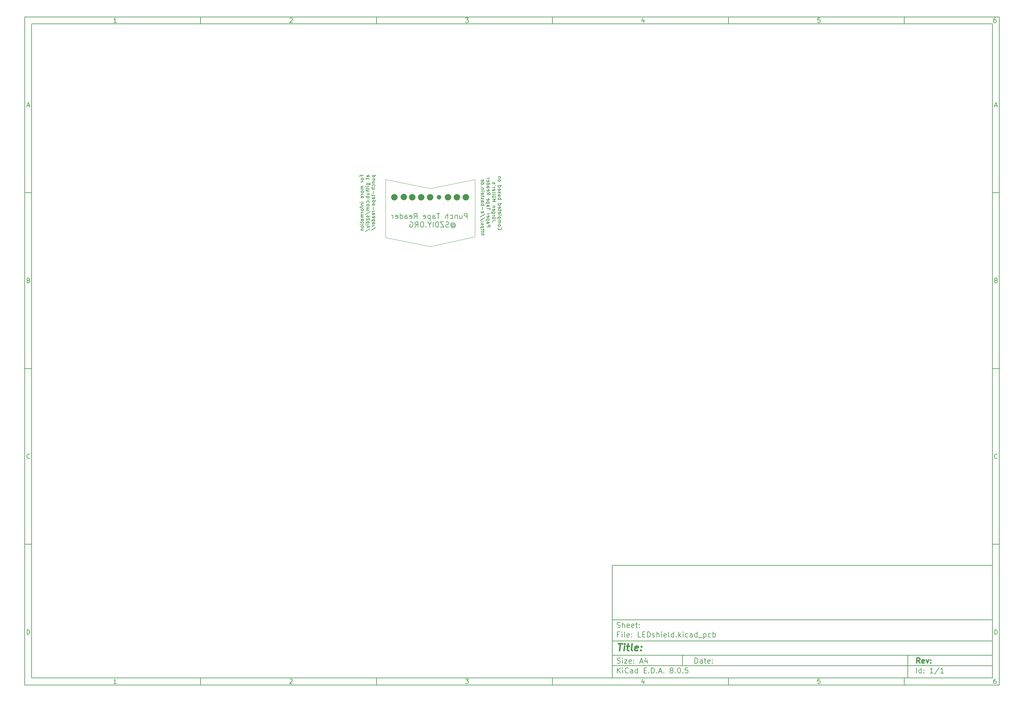
<source format=gbr>
%TF.GenerationSoftware,KiCad,Pcbnew,8.0.5*%
%TF.CreationDate,2024-11-03T22:21:08+08:00*%
%TF.ProjectId,LEDshield,4c454473-6869-4656-9c64-2e6b69636164,rev?*%
%TF.SameCoordinates,Original*%
%TF.FileFunction,Legend,Bot*%
%TF.FilePolarity,Positive*%
%FSLAX46Y46*%
G04 Gerber Fmt 4.6, Leading zero omitted, Abs format (unit mm)*
G04 Created by KiCad (PCBNEW 8.0.5) date 2024-11-03 22:21:08*
%MOMM*%
%LPD*%
G01*
G04 APERTURE LIST*
%ADD10C,0.100000*%
%ADD11C,0.150000*%
%ADD12C,0.300000*%
%ADD13C,0.400000*%
%ADD14C,0.200000*%
%ADD15C,0.965000*%
%ADD16C,0.635000*%
G04 APERTURE END LIST*
D10*
D11*
X177002200Y-166007200D02*
X285002200Y-166007200D01*
X285002200Y-198007200D01*
X177002200Y-198007200D01*
X177002200Y-166007200D01*
D10*
D11*
X10000000Y-10000000D02*
X287002200Y-10000000D01*
X287002200Y-200007200D01*
X10000000Y-200007200D01*
X10000000Y-10000000D01*
D10*
D11*
X12000000Y-12000000D02*
X285002200Y-12000000D01*
X285002200Y-198007200D01*
X12000000Y-198007200D01*
X12000000Y-12000000D01*
D10*
D11*
X60000000Y-12000000D02*
X60000000Y-10000000D01*
D10*
D11*
X110000000Y-12000000D02*
X110000000Y-10000000D01*
D10*
D11*
X160000000Y-12000000D02*
X160000000Y-10000000D01*
D10*
D11*
X210000000Y-12000000D02*
X210000000Y-10000000D01*
D10*
D11*
X260000000Y-12000000D02*
X260000000Y-10000000D01*
D10*
D11*
X36089160Y-11593604D02*
X35346303Y-11593604D01*
X35717731Y-11593604D02*
X35717731Y-10293604D01*
X35717731Y-10293604D02*
X35593922Y-10479319D01*
X35593922Y-10479319D02*
X35470112Y-10603128D01*
X35470112Y-10603128D02*
X35346303Y-10665033D01*
D10*
D11*
X85346303Y-10417414D02*
X85408207Y-10355509D01*
X85408207Y-10355509D02*
X85532017Y-10293604D01*
X85532017Y-10293604D02*
X85841541Y-10293604D01*
X85841541Y-10293604D02*
X85965350Y-10355509D01*
X85965350Y-10355509D02*
X86027255Y-10417414D01*
X86027255Y-10417414D02*
X86089160Y-10541223D01*
X86089160Y-10541223D02*
X86089160Y-10665033D01*
X86089160Y-10665033D02*
X86027255Y-10850747D01*
X86027255Y-10850747D02*
X85284398Y-11593604D01*
X85284398Y-11593604D02*
X86089160Y-11593604D01*
D10*
D11*
X135284398Y-10293604D02*
X136089160Y-10293604D01*
X136089160Y-10293604D02*
X135655826Y-10788842D01*
X135655826Y-10788842D02*
X135841541Y-10788842D01*
X135841541Y-10788842D02*
X135965350Y-10850747D01*
X135965350Y-10850747D02*
X136027255Y-10912652D01*
X136027255Y-10912652D02*
X136089160Y-11036461D01*
X136089160Y-11036461D02*
X136089160Y-11345985D01*
X136089160Y-11345985D02*
X136027255Y-11469795D01*
X136027255Y-11469795D02*
X135965350Y-11531700D01*
X135965350Y-11531700D02*
X135841541Y-11593604D01*
X135841541Y-11593604D02*
X135470112Y-11593604D01*
X135470112Y-11593604D02*
X135346303Y-11531700D01*
X135346303Y-11531700D02*
X135284398Y-11469795D01*
D10*
D11*
X185965350Y-10726938D02*
X185965350Y-11593604D01*
X185655826Y-10231700D02*
X185346303Y-11160271D01*
X185346303Y-11160271D02*
X186151064Y-11160271D01*
D10*
D11*
X236027255Y-10293604D02*
X235408207Y-10293604D01*
X235408207Y-10293604D02*
X235346303Y-10912652D01*
X235346303Y-10912652D02*
X235408207Y-10850747D01*
X235408207Y-10850747D02*
X235532017Y-10788842D01*
X235532017Y-10788842D02*
X235841541Y-10788842D01*
X235841541Y-10788842D02*
X235965350Y-10850747D01*
X235965350Y-10850747D02*
X236027255Y-10912652D01*
X236027255Y-10912652D02*
X236089160Y-11036461D01*
X236089160Y-11036461D02*
X236089160Y-11345985D01*
X236089160Y-11345985D02*
X236027255Y-11469795D01*
X236027255Y-11469795D02*
X235965350Y-11531700D01*
X235965350Y-11531700D02*
X235841541Y-11593604D01*
X235841541Y-11593604D02*
X235532017Y-11593604D01*
X235532017Y-11593604D02*
X235408207Y-11531700D01*
X235408207Y-11531700D02*
X235346303Y-11469795D01*
D10*
D11*
X285965350Y-10293604D02*
X285717731Y-10293604D01*
X285717731Y-10293604D02*
X285593922Y-10355509D01*
X285593922Y-10355509D02*
X285532017Y-10417414D01*
X285532017Y-10417414D02*
X285408207Y-10603128D01*
X285408207Y-10603128D02*
X285346303Y-10850747D01*
X285346303Y-10850747D02*
X285346303Y-11345985D01*
X285346303Y-11345985D02*
X285408207Y-11469795D01*
X285408207Y-11469795D02*
X285470112Y-11531700D01*
X285470112Y-11531700D02*
X285593922Y-11593604D01*
X285593922Y-11593604D02*
X285841541Y-11593604D01*
X285841541Y-11593604D02*
X285965350Y-11531700D01*
X285965350Y-11531700D02*
X286027255Y-11469795D01*
X286027255Y-11469795D02*
X286089160Y-11345985D01*
X286089160Y-11345985D02*
X286089160Y-11036461D01*
X286089160Y-11036461D02*
X286027255Y-10912652D01*
X286027255Y-10912652D02*
X285965350Y-10850747D01*
X285965350Y-10850747D02*
X285841541Y-10788842D01*
X285841541Y-10788842D02*
X285593922Y-10788842D01*
X285593922Y-10788842D02*
X285470112Y-10850747D01*
X285470112Y-10850747D02*
X285408207Y-10912652D01*
X285408207Y-10912652D02*
X285346303Y-11036461D01*
D10*
D11*
X60000000Y-198007200D02*
X60000000Y-200007200D01*
D10*
D11*
X110000000Y-198007200D02*
X110000000Y-200007200D01*
D10*
D11*
X160000000Y-198007200D02*
X160000000Y-200007200D01*
D10*
D11*
X210000000Y-198007200D02*
X210000000Y-200007200D01*
D10*
D11*
X260000000Y-198007200D02*
X260000000Y-200007200D01*
D10*
D11*
X36089160Y-199600804D02*
X35346303Y-199600804D01*
X35717731Y-199600804D02*
X35717731Y-198300804D01*
X35717731Y-198300804D02*
X35593922Y-198486519D01*
X35593922Y-198486519D02*
X35470112Y-198610328D01*
X35470112Y-198610328D02*
X35346303Y-198672233D01*
D10*
D11*
X85346303Y-198424614D02*
X85408207Y-198362709D01*
X85408207Y-198362709D02*
X85532017Y-198300804D01*
X85532017Y-198300804D02*
X85841541Y-198300804D01*
X85841541Y-198300804D02*
X85965350Y-198362709D01*
X85965350Y-198362709D02*
X86027255Y-198424614D01*
X86027255Y-198424614D02*
X86089160Y-198548423D01*
X86089160Y-198548423D02*
X86089160Y-198672233D01*
X86089160Y-198672233D02*
X86027255Y-198857947D01*
X86027255Y-198857947D02*
X85284398Y-199600804D01*
X85284398Y-199600804D02*
X86089160Y-199600804D01*
D10*
D11*
X135284398Y-198300804D02*
X136089160Y-198300804D01*
X136089160Y-198300804D02*
X135655826Y-198796042D01*
X135655826Y-198796042D02*
X135841541Y-198796042D01*
X135841541Y-198796042D02*
X135965350Y-198857947D01*
X135965350Y-198857947D02*
X136027255Y-198919852D01*
X136027255Y-198919852D02*
X136089160Y-199043661D01*
X136089160Y-199043661D02*
X136089160Y-199353185D01*
X136089160Y-199353185D02*
X136027255Y-199476995D01*
X136027255Y-199476995D02*
X135965350Y-199538900D01*
X135965350Y-199538900D02*
X135841541Y-199600804D01*
X135841541Y-199600804D02*
X135470112Y-199600804D01*
X135470112Y-199600804D02*
X135346303Y-199538900D01*
X135346303Y-199538900D02*
X135284398Y-199476995D01*
D10*
D11*
X185965350Y-198734138D02*
X185965350Y-199600804D01*
X185655826Y-198238900D02*
X185346303Y-199167471D01*
X185346303Y-199167471D02*
X186151064Y-199167471D01*
D10*
D11*
X236027255Y-198300804D02*
X235408207Y-198300804D01*
X235408207Y-198300804D02*
X235346303Y-198919852D01*
X235346303Y-198919852D02*
X235408207Y-198857947D01*
X235408207Y-198857947D02*
X235532017Y-198796042D01*
X235532017Y-198796042D02*
X235841541Y-198796042D01*
X235841541Y-198796042D02*
X235965350Y-198857947D01*
X235965350Y-198857947D02*
X236027255Y-198919852D01*
X236027255Y-198919852D02*
X236089160Y-199043661D01*
X236089160Y-199043661D02*
X236089160Y-199353185D01*
X236089160Y-199353185D02*
X236027255Y-199476995D01*
X236027255Y-199476995D02*
X235965350Y-199538900D01*
X235965350Y-199538900D02*
X235841541Y-199600804D01*
X235841541Y-199600804D02*
X235532017Y-199600804D01*
X235532017Y-199600804D02*
X235408207Y-199538900D01*
X235408207Y-199538900D02*
X235346303Y-199476995D01*
D10*
D11*
X285965350Y-198300804D02*
X285717731Y-198300804D01*
X285717731Y-198300804D02*
X285593922Y-198362709D01*
X285593922Y-198362709D02*
X285532017Y-198424614D01*
X285532017Y-198424614D02*
X285408207Y-198610328D01*
X285408207Y-198610328D02*
X285346303Y-198857947D01*
X285346303Y-198857947D02*
X285346303Y-199353185D01*
X285346303Y-199353185D02*
X285408207Y-199476995D01*
X285408207Y-199476995D02*
X285470112Y-199538900D01*
X285470112Y-199538900D02*
X285593922Y-199600804D01*
X285593922Y-199600804D02*
X285841541Y-199600804D01*
X285841541Y-199600804D02*
X285965350Y-199538900D01*
X285965350Y-199538900D02*
X286027255Y-199476995D01*
X286027255Y-199476995D02*
X286089160Y-199353185D01*
X286089160Y-199353185D02*
X286089160Y-199043661D01*
X286089160Y-199043661D02*
X286027255Y-198919852D01*
X286027255Y-198919852D02*
X285965350Y-198857947D01*
X285965350Y-198857947D02*
X285841541Y-198796042D01*
X285841541Y-198796042D02*
X285593922Y-198796042D01*
X285593922Y-198796042D02*
X285470112Y-198857947D01*
X285470112Y-198857947D02*
X285408207Y-198919852D01*
X285408207Y-198919852D02*
X285346303Y-199043661D01*
D10*
D11*
X10000000Y-60000000D02*
X12000000Y-60000000D01*
D10*
D11*
X10000000Y-110000000D02*
X12000000Y-110000000D01*
D10*
D11*
X10000000Y-160000000D02*
X12000000Y-160000000D01*
D10*
D11*
X10690476Y-35222176D02*
X11309523Y-35222176D01*
X10566666Y-35593604D02*
X10999999Y-34293604D01*
X10999999Y-34293604D02*
X11433333Y-35593604D01*
D10*
D11*
X11092857Y-84912652D02*
X11278571Y-84974557D01*
X11278571Y-84974557D02*
X11340476Y-85036461D01*
X11340476Y-85036461D02*
X11402380Y-85160271D01*
X11402380Y-85160271D02*
X11402380Y-85345985D01*
X11402380Y-85345985D02*
X11340476Y-85469795D01*
X11340476Y-85469795D02*
X11278571Y-85531700D01*
X11278571Y-85531700D02*
X11154761Y-85593604D01*
X11154761Y-85593604D02*
X10659523Y-85593604D01*
X10659523Y-85593604D02*
X10659523Y-84293604D01*
X10659523Y-84293604D02*
X11092857Y-84293604D01*
X11092857Y-84293604D02*
X11216666Y-84355509D01*
X11216666Y-84355509D02*
X11278571Y-84417414D01*
X11278571Y-84417414D02*
X11340476Y-84541223D01*
X11340476Y-84541223D02*
X11340476Y-84665033D01*
X11340476Y-84665033D02*
X11278571Y-84788842D01*
X11278571Y-84788842D02*
X11216666Y-84850747D01*
X11216666Y-84850747D02*
X11092857Y-84912652D01*
X11092857Y-84912652D02*
X10659523Y-84912652D01*
D10*
D11*
X11402380Y-135469795D02*
X11340476Y-135531700D01*
X11340476Y-135531700D02*
X11154761Y-135593604D01*
X11154761Y-135593604D02*
X11030952Y-135593604D01*
X11030952Y-135593604D02*
X10845238Y-135531700D01*
X10845238Y-135531700D02*
X10721428Y-135407890D01*
X10721428Y-135407890D02*
X10659523Y-135284080D01*
X10659523Y-135284080D02*
X10597619Y-135036461D01*
X10597619Y-135036461D02*
X10597619Y-134850747D01*
X10597619Y-134850747D02*
X10659523Y-134603128D01*
X10659523Y-134603128D02*
X10721428Y-134479319D01*
X10721428Y-134479319D02*
X10845238Y-134355509D01*
X10845238Y-134355509D02*
X11030952Y-134293604D01*
X11030952Y-134293604D02*
X11154761Y-134293604D01*
X11154761Y-134293604D02*
X11340476Y-134355509D01*
X11340476Y-134355509D02*
X11402380Y-134417414D01*
D10*
D11*
X10659523Y-185593604D02*
X10659523Y-184293604D01*
X10659523Y-184293604D02*
X10969047Y-184293604D01*
X10969047Y-184293604D02*
X11154761Y-184355509D01*
X11154761Y-184355509D02*
X11278571Y-184479319D01*
X11278571Y-184479319D02*
X11340476Y-184603128D01*
X11340476Y-184603128D02*
X11402380Y-184850747D01*
X11402380Y-184850747D02*
X11402380Y-185036461D01*
X11402380Y-185036461D02*
X11340476Y-185284080D01*
X11340476Y-185284080D02*
X11278571Y-185407890D01*
X11278571Y-185407890D02*
X11154761Y-185531700D01*
X11154761Y-185531700D02*
X10969047Y-185593604D01*
X10969047Y-185593604D02*
X10659523Y-185593604D01*
D10*
D11*
X287002200Y-60000000D02*
X285002200Y-60000000D01*
D10*
D11*
X287002200Y-110000000D02*
X285002200Y-110000000D01*
D10*
D11*
X287002200Y-160000000D02*
X285002200Y-160000000D01*
D10*
D11*
X285692676Y-35222176D02*
X286311723Y-35222176D01*
X285568866Y-35593604D02*
X286002199Y-34293604D01*
X286002199Y-34293604D02*
X286435533Y-35593604D01*
D10*
D11*
X286095057Y-84912652D02*
X286280771Y-84974557D01*
X286280771Y-84974557D02*
X286342676Y-85036461D01*
X286342676Y-85036461D02*
X286404580Y-85160271D01*
X286404580Y-85160271D02*
X286404580Y-85345985D01*
X286404580Y-85345985D02*
X286342676Y-85469795D01*
X286342676Y-85469795D02*
X286280771Y-85531700D01*
X286280771Y-85531700D02*
X286156961Y-85593604D01*
X286156961Y-85593604D02*
X285661723Y-85593604D01*
X285661723Y-85593604D02*
X285661723Y-84293604D01*
X285661723Y-84293604D02*
X286095057Y-84293604D01*
X286095057Y-84293604D02*
X286218866Y-84355509D01*
X286218866Y-84355509D02*
X286280771Y-84417414D01*
X286280771Y-84417414D02*
X286342676Y-84541223D01*
X286342676Y-84541223D02*
X286342676Y-84665033D01*
X286342676Y-84665033D02*
X286280771Y-84788842D01*
X286280771Y-84788842D02*
X286218866Y-84850747D01*
X286218866Y-84850747D02*
X286095057Y-84912652D01*
X286095057Y-84912652D02*
X285661723Y-84912652D01*
D10*
D11*
X286404580Y-135469795D02*
X286342676Y-135531700D01*
X286342676Y-135531700D02*
X286156961Y-135593604D01*
X286156961Y-135593604D02*
X286033152Y-135593604D01*
X286033152Y-135593604D02*
X285847438Y-135531700D01*
X285847438Y-135531700D02*
X285723628Y-135407890D01*
X285723628Y-135407890D02*
X285661723Y-135284080D01*
X285661723Y-135284080D02*
X285599819Y-135036461D01*
X285599819Y-135036461D02*
X285599819Y-134850747D01*
X285599819Y-134850747D02*
X285661723Y-134603128D01*
X285661723Y-134603128D02*
X285723628Y-134479319D01*
X285723628Y-134479319D02*
X285847438Y-134355509D01*
X285847438Y-134355509D02*
X286033152Y-134293604D01*
X286033152Y-134293604D02*
X286156961Y-134293604D01*
X286156961Y-134293604D02*
X286342676Y-134355509D01*
X286342676Y-134355509D02*
X286404580Y-134417414D01*
D10*
D11*
X285661723Y-185593604D02*
X285661723Y-184293604D01*
X285661723Y-184293604D02*
X285971247Y-184293604D01*
X285971247Y-184293604D02*
X286156961Y-184355509D01*
X286156961Y-184355509D02*
X286280771Y-184479319D01*
X286280771Y-184479319D02*
X286342676Y-184603128D01*
X286342676Y-184603128D02*
X286404580Y-184850747D01*
X286404580Y-184850747D02*
X286404580Y-185036461D01*
X286404580Y-185036461D02*
X286342676Y-185284080D01*
X286342676Y-185284080D02*
X286280771Y-185407890D01*
X286280771Y-185407890D02*
X286156961Y-185531700D01*
X286156961Y-185531700D02*
X285971247Y-185593604D01*
X285971247Y-185593604D02*
X285661723Y-185593604D01*
D10*
D11*
X200458026Y-193793328D02*
X200458026Y-192293328D01*
X200458026Y-192293328D02*
X200815169Y-192293328D01*
X200815169Y-192293328D02*
X201029455Y-192364757D01*
X201029455Y-192364757D02*
X201172312Y-192507614D01*
X201172312Y-192507614D02*
X201243741Y-192650471D01*
X201243741Y-192650471D02*
X201315169Y-192936185D01*
X201315169Y-192936185D02*
X201315169Y-193150471D01*
X201315169Y-193150471D02*
X201243741Y-193436185D01*
X201243741Y-193436185D02*
X201172312Y-193579042D01*
X201172312Y-193579042D02*
X201029455Y-193721900D01*
X201029455Y-193721900D02*
X200815169Y-193793328D01*
X200815169Y-193793328D02*
X200458026Y-193793328D01*
X202600884Y-193793328D02*
X202600884Y-193007614D01*
X202600884Y-193007614D02*
X202529455Y-192864757D01*
X202529455Y-192864757D02*
X202386598Y-192793328D01*
X202386598Y-192793328D02*
X202100884Y-192793328D01*
X202100884Y-192793328D02*
X201958026Y-192864757D01*
X202600884Y-193721900D02*
X202458026Y-193793328D01*
X202458026Y-193793328D02*
X202100884Y-193793328D01*
X202100884Y-193793328D02*
X201958026Y-193721900D01*
X201958026Y-193721900D02*
X201886598Y-193579042D01*
X201886598Y-193579042D02*
X201886598Y-193436185D01*
X201886598Y-193436185D02*
X201958026Y-193293328D01*
X201958026Y-193293328D02*
X202100884Y-193221900D01*
X202100884Y-193221900D02*
X202458026Y-193221900D01*
X202458026Y-193221900D02*
X202600884Y-193150471D01*
X203100884Y-192793328D02*
X203672312Y-192793328D01*
X203315169Y-192293328D02*
X203315169Y-193579042D01*
X203315169Y-193579042D02*
X203386598Y-193721900D01*
X203386598Y-193721900D02*
X203529455Y-193793328D01*
X203529455Y-193793328D02*
X203672312Y-193793328D01*
X204743741Y-193721900D02*
X204600884Y-193793328D01*
X204600884Y-193793328D02*
X204315170Y-193793328D01*
X204315170Y-193793328D02*
X204172312Y-193721900D01*
X204172312Y-193721900D02*
X204100884Y-193579042D01*
X204100884Y-193579042D02*
X204100884Y-193007614D01*
X204100884Y-193007614D02*
X204172312Y-192864757D01*
X204172312Y-192864757D02*
X204315170Y-192793328D01*
X204315170Y-192793328D02*
X204600884Y-192793328D01*
X204600884Y-192793328D02*
X204743741Y-192864757D01*
X204743741Y-192864757D02*
X204815170Y-193007614D01*
X204815170Y-193007614D02*
X204815170Y-193150471D01*
X204815170Y-193150471D02*
X204100884Y-193293328D01*
X205458026Y-193650471D02*
X205529455Y-193721900D01*
X205529455Y-193721900D02*
X205458026Y-193793328D01*
X205458026Y-193793328D02*
X205386598Y-193721900D01*
X205386598Y-193721900D02*
X205458026Y-193650471D01*
X205458026Y-193650471D02*
X205458026Y-193793328D01*
X205458026Y-192864757D02*
X205529455Y-192936185D01*
X205529455Y-192936185D02*
X205458026Y-193007614D01*
X205458026Y-193007614D02*
X205386598Y-192936185D01*
X205386598Y-192936185D02*
X205458026Y-192864757D01*
X205458026Y-192864757D02*
X205458026Y-193007614D01*
D10*
D11*
X177002200Y-194507200D02*
X285002200Y-194507200D01*
D10*
D11*
X178458026Y-196593328D02*
X178458026Y-195093328D01*
X179315169Y-196593328D02*
X178672312Y-195736185D01*
X179315169Y-195093328D02*
X178458026Y-195950471D01*
X179958026Y-196593328D02*
X179958026Y-195593328D01*
X179958026Y-195093328D02*
X179886598Y-195164757D01*
X179886598Y-195164757D02*
X179958026Y-195236185D01*
X179958026Y-195236185D02*
X180029455Y-195164757D01*
X180029455Y-195164757D02*
X179958026Y-195093328D01*
X179958026Y-195093328D02*
X179958026Y-195236185D01*
X181529455Y-196450471D02*
X181458027Y-196521900D01*
X181458027Y-196521900D02*
X181243741Y-196593328D01*
X181243741Y-196593328D02*
X181100884Y-196593328D01*
X181100884Y-196593328D02*
X180886598Y-196521900D01*
X180886598Y-196521900D02*
X180743741Y-196379042D01*
X180743741Y-196379042D02*
X180672312Y-196236185D01*
X180672312Y-196236185D02*
X180600884Y-195950471D01*
X180600884Y-195950471D02*
X180600884Y-195736185D01*
X180600884Y-195736185D02*
X180672312Y-195450471D01*
X180672312Y-195450471D02*
X180743741Y-195307614D01*
X180743741Y-195307614D02*
X180886598Y-195164757D01*
X180886598Y-195164757D02*
X181100884Y-195093328D01*
X181100884Y-195093328D02*
X181243741Y-195093328D01*
X181243741Y-195093328D02*
X181458027Y-195164757D01*
X181458027Y-195164757D02*
X181529455Y-195236185D01*
X182815170Y-196593328D02*
X182815170Y-195807614D01*
X182815170Y-195807614D02*
X182743741Y-195664757D01*
X182743741Y-195664757D02*
X182600884Y-195593328D01*
X182600884Y-195593328D02*
X182315170Y-195593328D01*
X182315170Y-195593328D02*
X182172312Y-195664757D01*
X182815170Y-196521900D02*
X182672312Y-196593328D01*
X182672312Y-196593328D02*
X182315170Y-196593328D01*
X182315170Y-196593328D02*
X182172312Y-196521900D01*
X182172312Y-196521900D02*
X182100884Y-196379042D01*
X182100884Y-196379042D02*
X182100884Y-196236185D01*
X182100884Y-196236185D02*
X182172312Y-196093328D01*
X182172312Y-196093328D02*
X182315170Y-196021900D01*
X182315170Y-196021900D02*
X182672312Y-196021900D01*
X182672312Y-196021900D02*
X182815170Y-195950471D01*
X184172313Y-196593328D02*
X184172313Y-195093328D01*
X184172313Y-196521900D02*
X184029455Y-196593328D01*
X184029455Y-196593328D02*
X183743741Y-196593328D01*
X183743741Y-196593328D02*
X183600884Y-196521900D01*
X183600884Y-196521900D02*
X183529455Y-196450471D01*
X183529455Y-196450471D02*
X183458027Y-196307614D01*
X183458027Y-196307614D02*
X183458027Y-195879042D01*
X183458027Y-195879042D02*
X183529455Y-195736185D01*
X183529455Y-195736185D02*
X183600884Y-195664757D01*
X183600884Y-195664757D02*
X183743741Y-195593328D01*
X183743741Y-195593328D02*
X184029455Y-195593328D01*
X184029455Y-195593328D02*
X184172313Y-195664757D01*
X186029455Y-195807614D02*
X186529455Y-195807614D01*
X186743741Y-196593328D02*
X186029455Y-196593328D01*
X186029455Y-196593328D02*
X186029455Y-195093328D01*
X186029455Y-195093328D02*
X186743741Y-195093328D01*
X187386598Y-196450471D02*
X187458027Y-196521900D01*
X187458027Y-196521900D02*
X187386598Y-196593328D01*
X187386598Y-196593328D02*
X187315170Y-196521900D01*
X187315170Y-196521900D02*
X187386598Y-196450471D01*
X187386598Y-196450471D02*
X187386598Y-196593328D01*
X188100884Y-196593328D02*
X188100884Y-195093328D01*
X188100884Y-195093328D02*
X188458027Y-195093328D01*
X188458027Y-195093328D02*
X188672313Y-195164757D01*
X188672313Y-195164757D02*
X188815170Y-195307614D01*
X188815170Y-195307614D02*
X188886599Y-195450471D01*
X188886599Y-195450471D02*
X188958027Y-195736185D01*
X188958027Y-195736185D02*
X188958027Y-195950471D01*
X188958027Y-195950471D02*
X188886599Y-196236185D01*
X188886599Y-196236185D02*
X188815170Y-196379042D01*
X188815170Y-196379042D02*
X188672313Y-196521900D01*
X188672313Y-196521900D02*
X188458027Y-196593328D01*
X188458027Y-196593328D02*
X188100884Y-196593328D01*
X189600884Y-196450471D02*
X189672313Y-196521900D01*
X189672313Y-196521900D02*
X189600884Y-196593328D01*
X189600884Y-196593328D02*
X189529456Y-196521900D01*
X189529456Y-196521900D02*
X189600884Y-196450471D01*
X189600884Y-196450471D02*
X189600884Y-196593328D01*
X190243742Y-196164757D02*
X190958028Y-196164757D01*
X190100885Y-196593328D02*
X190600885Y-195093328D01*
X190600885Y-195093328D02*
X191100885Y-196593328D01*
X191600884Y-196450471D02*
X191672313Y-196521900D01*
X191672313Y-196521900D02*
X191600884Y-196593328D01*
X191600884Y-196593328D02*
X191529456Y-196521900D01*
X191529456Y-196521900D02*
X191600884Y-196450471D01*
X191600884Y-196450471D02*
X191600884Y-196593328D01*
X193672313Y-195736185D02*
X193529456Y-195664757D01*
X193529456Y-195664757D02*
X193458027Y-195593328D01*
X193458027Y-195593328D02*
X193386599Y-195450471D01*
X193386599Y-195450471D02*
X193386599Y-195379042D01*
X193386599Y-195379042D02*
X193458027Y-195236185D01*
X193458027Y-195236185D02*
X193529456Y-195164757D01*
X193529456Y-195164757D02*
X193672313Y-195093328D01*
X193672313Y-195093328D02*
X193958027Y-195093328D01*
X193958027Y-195093328D02*
X194100885Y-195164757D01*
X194100885Y-195164757D02*
X194172313Y-195236185D01*
X194172313Y-195236185D02*
X194243742Y-195379042D01*
X194243742Y-195379042D02*
X194243742Y-195450471D01*
X194243742Y-195450471D02*
X194172313Y-195593328D01*
X194172313Y-195593328D02*
X194100885Y-195664757D01*
X194100885Y-195664757D02*
X193958027Y-195736185D01*
X193958027Y-195736185D02*
X193672313Y-195736185D01*
X193672313Y-195736185D02*
X193529456Y-195807614D01*
X193529456Y-195807614D02*
X193458027Y-195879042D01*
X193458027Y-195879042D02*
X193386599Y-196021900D01*
X193386599Y-196021900D02*
X193386599Y-196307614D01*
X193386599Y-196307614D02*
X193458027Y-196450471D01*
X193458027Y-196450471D02*
X193529456Y-196521900D01*
X193529456Y-196521900D02*
X193672313Y-196593328D01*
X193672313Y-196593328D02*
X193958027Y-196593328D01*
X193958027Y-196593328D02*
X194100885Y-196521900D01*
X194100885Y-196521900D02*
X194172313Y-196450471D01*
X194172313Y-196450471D02*
X194243742Y-196307614D01*
X194243742Y-196307614D02*
X194243742Y-196021900D01*
X194243742Y-196021900D02*
X194172313Y-195879042D01*
X194172313Y-195879042D02*
X194100885Y-195807614D01*
X194100885Y-195807614D02*
X193958027Y-195736185D01*
X194886598Y-196450471D02*
X194958027Y-196521900D01*
X194958027Y-196521900D02*
X194886598Y-196593328D01*
X194886598Y-196593328D02*
X194815170Y-196521900D01*
X194815170Y-196521900D02*
X194886598Y-196450471D01*
X194886598Y-196450471D02*
X194886598Y-196593328D01*
X195886599Y-195093328D02*
X196029456Y-195093328D01*
X196029456Y-195093328D02*
X196172313Y-195164757D01*
X196172313Y-195164757D02*
X196243742Y-195236185D01*
X196243742Y-195236185D02*
X196315170Y-195379042D01*
X196315170Y-195379042D02*
X196386599Y-195664757D01*
X196386599Y-195664757D02*
X196386599Y-196021900D01*
X196386599Y-196021900D02*
X196315170Y-196307614D01*
X196315170Y-196307614D02*
X196243742Y-196450471D01*
X196243742Y-196450471D02*
X196172313Y-196521900D01*
X196172313Y-196521900D02*
X196029456Y-196593328D01*
X196029456Y-196593328D02*
X195886599Y-196593328D01*
X195886599Y-196593328D02*
X195743742Y-196521900D01*
X195743742Y-196521900D02*
X195672313Y-196450471D01*
X195672313Y-196450471D02*
X195600884Y-196307614D01*
X195600884Y-196307614D02*
X195529456Y-196021900D01*
X195529456Y-196021900D02*
X195529456Y-195664757D01*
X195529456Y-195664757D02*
X195600884Y-195379042D01*
X195600884Y-195379042D02*
X195672313Y-195236185D01*
X195672313Y-195236185D02*
X195743742Y-195164757D01*
X195743742Y-195164757D02*
X195886599Y-195093328D01*
X197029455Y-196450471D02*
X197100884Y-196521900D01*
X197100884Y-196521900D02*
X197029455Y-196593328D01*
X197029455Y-196593328D02*
X196958027Y-196521900D01*
X196958027Y-196521900D02*
X197029455Y-196450471D01*
X197029455Y-196450471D02*
X197029455Y-196593328D01*
X198458027Y-195093328D02*
X197743741Y-195093328D01*
X197743741Y-195093328D02*
X197672313Y-195807614D01*
X197672313Y-195807614D02*
X197743741Y-195736185D01*
X197743741Y-195736185D02*
X197886599Y-195664757D01*
X197886599Y-195664757D02*
X198243741Y-195664757D01*
X198243741Y-195664757D02*
X198386599Y-195736185D01*
X198386599Y-195736185D02*
X198458027Y-195807614D01*
X198458027Y-195807614D02*
X198529456Y-195950471D01*
X198529456Y-195950471D02*
X198529456Y-196307614D01*
X198529456Y-196307614D02*
X198458027Y-196450471D01*
X198458027Y-196450471D02*
X198386599Y-196521900D01*
X198386599Y-196521900D02*
X198243741Y-196593328D01*
X198243741Y-196593328D02*
X197886599Y-196593328D01*
X197886599Y-196593328D02*
X197743741Y-196521900D01*
X197743741Y-196521900D02*
X197672313Y-196450471D01*
D10*
D11*
X177002200Y-191507200D02*
X285002200Y-191507200D01*
D10*
D12*
X264413853Y-193785528D02*
X263913853Y-193071242D01*
X263556710Y-193785528D02*
X263556710Y-192285528D01*
X263556710Y-192285528D02*
X264128139Y-192285528D01*
X264128139Y-192285528D02*
X264270996Y-192356957D01*
X264270996Y-192356957D02*
X264342425Y-192428385D01*
X264342425Y-192428385D02*
X264413853Y-192571242D01*
X264413853Y-192571242D02*
X264413853Y-192785528D01*
X264413853Y-192785528D02*
X264342425Y-192928385D01*
X264342425Y-192928385D02*
X264270996Y-192999814D01*
X264270996Y-192999814D02*
X264128139Y-193071242D01*
X264128139Y-193071242D02*
X263556710Y-193071242D01*
X265628139Y-193714100D02*
X265485282Y-193785528D01*
X265485282Y-193785528D02*
X265199568Y-193785528D01*
X265199568Y-193785528D02*
X265056710Y-193714100D01*
X265056710Y-193714100D02*
X264985282Y-193571242D01*
X264985282Y-193571242D02*
X264985282Y-192999814D01*
X264985282Y-192999814D02*
X265056710Y-192856957D01*
X265056710Y-192856957D02*
X265199568Y-192785528D01*
X265199568Y-192785528D02*
X265485282Y-192785528D01*
X265485282Y-192785528D02*
X265628139Y-192856957D01*
X265628139Y-192856957D02*
X265699568Y-192999814D01*
X265699568Y-192999814D02*
X265699568Y-193142671D01*
X265699568Y-193142671D02*
X264985282Y-193285528D01*
X266199567Y-192785528D02*
X266556710Y-193785528D01*
X266556710Y-193785528D02*
X266913853Y-192785528D01*
X267485281Y-193642671D02*
X267556710Y-193714100D01*
X267556710Y-193714100D02*
X267485281Y-193785528D01*
X267485281Y-193785528D02*
X267413853Y-193714100D01*
X267413853Y-193714100D02*
X267485281Y-193642671D01*
X267485281Y-193642671D02*
X267485281Y-193785528D01*
X267485281Y-192856957D02*
X267556710Y-192928385D01*
X267556710Y-192928385D02*
X267485281Y-192999814D01*
X267485281Y-192999814D02*
X267413853Y-192928385D01*
X267413853Y-192928385D02*
X267485281Y-192856957D01*
X267485281Y-192856957D02*
X267485281Y-192999814D01*
D10*
D11*
X178386598Y-193721900D02*
X178600884Y-193793328D01*
X178600884Y-193793328D02*
X178958026Y-193793328D01*
X178958026Y-193793328D02*
X179100884Y-193721900D01*
X179100884Y-193721900D02*
X179172312Y-193650471D01*
X179172312Y-193650471D02*
X179243741Y-193507614D01*
X179243741Y-193507614D02*
X179243741Y-193364757D01*
X179243741Y-193364757D02*
X179172312Y-193221900D01*
X179172312Y-193221900D02*
X179100884Y-193150471D01*
X179100884Y-193150471D02*
X178958026Y-193079042D01*
X178958026Y-193079042D02*
X178672312Y-193007614D01*
X178672312Y-193007614D02*
X178529455Y-192936185D01*
X178529455Y-192936185D02*
X178458026Y-192864757D01*
X178458026Y-192864757D02*
X178386598Y-192721900D01*
X178386598Y-192721900D02*
X178386598Y-192579042D01*
X178386598Y-192579042D02*
X178458026Y-192436185D01*
X178458026Y-192436185D02*
X178529455Y-192364757D01*
X178529455Y-192364757D02*
X178672312Y-192293328D01*
X178672312Y-192293328D02*
X179029455Y-192293328D01*
X179029455Y-192293328D02*
X179243741Y-192364757D01*
X179886597Y-193793328D02*
X179886597Y-192793328D01*
X179886597Y-192293328D02*
X179815169Y-192364757D01*
X179815169Y-192364757D02*
X179886597Y-192436185D01*
X179886597Y-192436185D02*
X179958026Y-192364757D01*
X179958026Y-192364757D02*
X179886597Y-192293328D01*
X179886597Y-192293328D02*
X179886597Y-192436185D01*
X180458026Y-192793328D02*
X181243741Y-192793328D01*
X181243741Y-192793328D02*
X180458026Y-193793328D01*
X180458026Y-193793328D02*
X181243741Y-193793328D01*
X182386598Y-193721900D02*
X182243741Y-193793328D01*
X182243741Y-193793328D02*
X181958027Y-193793328D01*
X181958027Y-193793328D02*
X181815169Y-193721900D01*
X181815169Y-193721900D02*
X181743741Y-193579042D01*
X181743741Y-193579042D02*
X181743741Y-193007614D01*
X181743741Y-193007614D02*
X181815169Y-192864757D01*
X181815169Y-192864757D02*
X181958027Y-192793328D01*
X181958027Y-192793328D02*
X182243741Y-192793328D01*
X182243741Y-192793328D02*
X182386598Y-192864757D01*
X182386598Y-192864757D02*
X182458027Y-193007614D01*
X182458027Y-193007614D02*
X182458027Y-193150471D01*
X182458027Y-193150471D02*
X181743741Y-193293328D01*
X183100883Y-193650471D02*
X183172312Y-193721900D01*
X183172312Y-193721900D02*
X183100883Y-193793328D01*
X183100883Y-193793328D02*
X183029455Y-193721900D01*
X183029455Y-193721900D02*
X183100883Y-193650471D01*
X183100883Y-193650471D02*
X183100883Y-193793328D01*
X183100883Y-192864757D02*
X183172312Y-192936185D01*
X183172312Y-192936185D02*
X183100883Y-193007614D01*
X183100883Y-193007614D02*
X183029455Y-192936185D01*
X183029455Y-192936185D02*
X183100883Y-192864757D01*
X183100883Y-192864757D02*
X183100883Y-193007614D01*
X184886598Y-193364757D02*
X185600884Y-193364757D01*
X184743741Y-193793328D02*
X185243741Y-192293328D01*
X185243741Y-192293328D02*
X185743741Y-193793328D01*
X186886598Y-192793328D02*
X186886598Y-193793328D01*
X186529455Y-192221900D02*
X186172312Y-193293328D01*
X186172312Y-193293328D02*
X187100883Y-193293328D01*
D10*
D11*
X263458026Y-196593328D02*
X263458026Y-195093328D01*
X264815170Y-196593328D02*
X264815170Y-195093328D01*
X264815170Y-196521900D02*
X264672312Y-196593328D01*
X264672312Y-196593328D02*
X264386598Y-196593328D01*
X264386598Y-196593328D02*
X264243741Y-196521900D01*
X264243741Y-196521900D02*
X264172312Y-196450471D01*
X264172312Y-196450471D02*
X264100884Y-196307614D01*
X264100884Y-196307614D02*
X264100884Y-195879042D01*
X264100884Y-195879042D02*
X264172312Y-195736185D01*
X264172312Y-195736185D02*
X264243741Y-195664757D01*
X264243741Y-195664757D02*
X264386598Y-195593328D01*
X264386598Y-195593328D02*
X264672312Y-195593328D01*
X264672312Y-195593328D02*
X264815170Y-195664757D01*
X265529455Y-196450471D02*
X265600884Y-196521900D01*
X265600884Y-196521900D02*
X265529455Y-196593328D01*
X265529455Y-196593328D02*
X265458027Y-196521900D01*
X265458027Y-196521900D02*
X265529455Y-196450471D01*
X265529455Y-196450471D02*
X265529455Y-196593328D01*
X265529455Y-195664757D02*
X265600884Y-195736185D01*
X265600884Y-195736185D02*
X265529455Y-195807614D01*
X265529455Y-195807614D02*
X265458027Y-195736185D01*
X265458027Y-195736185D02*
X265529455Y-195664757D01*
X265529455Y-195664757D02*
X265529455Y-195807614D01*
X268172313Y-196593328D02*
X267315170Y-196593328D01*
X267743741Y-196593328D02*
X267743741Y-195093328D01*
X267743741Y-195093328D02*
X267600884Y-195307614D01*
X267600884Y-195307614D02*
X267458027Y-195450471D01*
X267458027Y-195450471D02*
X267315170Y-195521900D01*
X269886598Y-195021900D02*
X268600884Y-196950471D01*
X271172313Y-196593328D02*
X270315170Y-196593328D01*
X270743741Y-196593328D02*
X270743741Y-195093328D01*
X270743741Y-195093328D02*
X270600884Y-195307614D01*
X270600884Y-195307614D02*
X270458027Y-195450471D01*
X270458027Y-195450471D02*
X270315170Y-195521900D01*
D10*
D11*
X177002200Y-187507200D02*
X285002200Y-187507200D01*
D10*
D13*
X178693928Y-188211638D02*
X179836785Y-188211638D01*
X179015357Y-190211638D02*
X179265357Y-188211638D01*
X180253452Y-190211638D02*
X180420119Y-188878304D01*
X180503452Y-188211638D02*
X180396309Y-188306876D01*
X180396309Y-188306876D02*
X180479643Y-188402114D01*
X180479643Y-188402114D02*
X180586786Y-188306876D01*
X180586786Y-188306876D02*
X180503452Y-188211638D01*
X180503452Y-188211638D02*
X180479643Y-188402114D01*
X181086786Y-188878304D02*
X181848690Y-188878304D01*
X181455833Y-188211638D02*
X181241548Y-189925923D01*
X181241548Y-189925923D02*
X181312976Y-190116400D01*
X181312976Y-190116400D02*
X181491548Y-190211638D01*
X181491548Y-190211638D02*
X181682024Y-190211638D01*
X182634405Y-190211638D02*
X182455833Y-190116400D01*
X182455833Y-190116400D02*
X182384405Y-189925923D01*
X182384405Y-189925923D02*
X182598690Y-188211638D01*
X184170119Y-190116400D02*
X183967738Y-190211638D01*
X183967738Y-190211638D02*
X183586785Y-190211638D01*
X183586785Y-190211638D02*
X183408214Y-190116400D01*
X183408214Y-190116400D02*
X183336785Y-189925923D01*
X183336785Y-189925923D02*
X183432024Y-189164019D01*
X183432024Y-189164019D02*
X183551071Y-188973542D01*
X183551071Y-188973542D02*
X183753452Y-188878304D01*
X183753452Y-188878304D02*
X184134404Y-188878304D01*
X184134404Y-188878304D02*
X184312976Y-188973542D01*
X184312976Y-188973542D02*
X184384404Y-189164019D01*
X184384404Y-189164019D02*
X184360595Y-189354495D01*
X184360595Y-189354495D02*
X183384404Y-189544971D01*
X185134405Y-190021161D02*
X185217738Y-190116400D01*
X185217738Y-190116400D02*
X185110595Y-190211638D01*
X185110595Y-190211638D02*
X185027262Y-190116400D01*
X185027262Y-190116400D02*
X185134405Y-190021161D01*
X185134405Y-190021161D02*
X185110595Y-190211638D01*
X185265357Y-188973542D02*
X185348690Y-189068780D01*
X185348690Y-189068780D02*
X185241548Y-189164019D01*
X185241548Y-189164019D02*
X185158214Y-189068780D01*
X185158214Y-189068780D02*
X185265357Y-188973542D01*
X185265357Y-188973542D02*
X185241548Y-189164019D01*
D10*
D11*
X178958026Y-185607614D02*
X178458026Y-185607614D01*
X178458026Y-186393328D02*
X178458026Y-184893328D01*
X178458026Y-184893328D02*
X179172312Y-184893328D01*
X179743740Y-186393328D02*
X179743740Y-185393328D01*
X179743740Y-184893328D02*
X179672312Y-184964757D01*
X179672312Y-184964757D02*
X179743740Y-185036185D01*
X179743740Y-185036185D02*
X179815169Y-184964757D01*
X179815169Y-184964757D02*
X179743740Y-184893328D01*
X179743740Y-184893328D02*
X179743740Y-185036185D01*
X180672312Y-186393328D02*
X180529455Y-186321900D01*
X180529455Y-186321900D02*
X180458026Y-186179042D01*
X180458026Y-186179042D02*
X180458026Y-184893328D01*
X181815169Y-186321900D02*
X181672312Y-186393328D01*
X181672312Y-186393328D02*
X181386598Y-186393328D01*
X181386598Y-186393328D02*
X181243740Y-186321900D01*
X181243740Y-186321900D02*
X181172312Y-186179042D01*
X181172312Y-186179042D02*
X181172312Y-185607614D01*
X181172312Y-185607614D02*
X181243740Y-185464757D01*
X181243740Y-185464757D02*
X181386598Y-185393328D01*
X181386598Y-185393328D02*
X181672312Y-185393328D01*
X181672312Y-185393328D02*
X181815169Y-185464757D01*
X181815169Y-185464757D02*
X181886598Y-185607614D01*
X181886598Y-185607614D02*
X181886598Y-185750471D01*
X181886598Y-185750471D02*
X181172312Y-185893328D01*
X182529454Y-186250471D02*
X182600883Y-186321900D01*
X182600883Y-186321900D02*
X182529454Y-186393328D01*
X182529454Y-186393328D02*
X182458026Y-186321900D01*
X182458026Y-186321900D02*
X182529454Y-186250471D01*
X182529454Y-186250471D02*
X182529454Y-186393328D01*
X182529454Y-185464757D02*
X182600883Y-185536185D01*
X182600883Y-185536185D02*
X182529454Y-185607614D01*
X182529454Y-185607614D02*
X182458026Y-185536185D01*
X182458026Y-185536185D02*
X182529454Y-185464757D01*
X182529454Y-185464757D02*
X182529454Y-185607614D01*
X185100883Y-186393328D02*
X184386597Y-186393328D01*
X184386597Y-186393328D02*
X184386597Y-184893328D01*
X185600883Y-185607614D02*
X186100883Y-185607614D01*
X186315169Y-186393328D02*
X185600883Y-186393328D01*
X185600883Y-186393328D02*
X185600883Y-184893328D01*
X185600883Y-184893328D02*
X186315169Y-184893328D01*
X186958026Y-186393328D02*
X186958026Y-184893328D01*
X186958026Y-184893328D02*
X187315169Y-184893328D01*
X187315169Y-184893328D02*
X187529455Y-184964757D01*
X187529455Y-184964757D02*
X187672312Y-185107614D01*
X187672312Y-185107614D02*
X187743741Y-185250471D01*
X187743741Y-185250471D02*
X187815169Y-185536185D01*
X187815169Y-185536185D02*
X187815169Y-185750471D01*
X187815169Y-185750471D02*
X187743741Y-186036185D01*
X187743741Y-186036185D02*
X187672312Y-186179042D01*
X187672312Y-186179042D02*
X187529455Y-186321900D01*
X187529455Y-186321900D02*
X187315169Y-186393328D01*
X187315169Y-186393328D02*
X186958026Y-186393328D01*
X188386598Y-186321900D02*
X188529455Y-186393328D01*
X188529455Y-186393328D02*
X188815169Y-186393328D01*
X188815169Y-186393328D02*
X188958026Y-186321900D01*
X188958026Y-186321900D02*
X189029455Y-186179042D01*
X189029455Y-186179042D02*
X189029455Y-186107614D01*
X189029455Y-186107614D02*
X188958026Y-185964757D01*
X188958026Y-185964757D02*
X188815169Y-185893328D01*
X188815169Y-185893328D02*
X188600884Y-185893328D01*
X188600884Y-185893328D02*
X188458026Y-185821900D01*
X188458026Y-185821900D02*
X188386598Y-185679042D01*
X188386598Y-185679042D02*
X188386598Y-185607614D01*
X188386598Y-185607614D02*
X188458026Y-185464757D01*
X188458026Y-185464757D02*
X188600884Y-185393328D01*
X188600884Y-185393328D02*
X188815169Y-185393328D01*
X188815169Y-185393328D02*
X188958026Y-185464757D01*
X189672312Y-186393328D02*
X189672312Y-184893328D01*
X190315170Y-186393328D02*
X190315170Y-185607614D01*
X190315170Y-185607614D02*
X190243741Y-185464757D01*
X190243741Y-185464757D02*
X190100884Y-185393328D01*
X190100884Y-185393328D02*
X189886598Y-185393328D01*
X189886598Y-185393328D02*
X189743741Y-185464757D01*
X189743741Y-185464757D02*
X189672312Y-185536185D01*
X191029455Y-186393328D02*
X191029455Y-185393328D01*
X191029455Y-184893328D02*
X190958027Y-184964757D01*
X190958027Y-184964757D02*
X191029455Y-185036185D01*
X191029455Y-185036185D02*
X191100884Y-184964757D01*
X191100884Y-184964757D02*
X191029455Y-184893328D01*
X191029455Y-184893328D02*
X191029455Y-185036185D01*
X192315170Y-186321900D02*
X192172313Y-186393328D01*
X192172313Y-186393328D02*
X191886599Y-186393328D01*
X191886599Y-186393328D02*
X191743741Y-186321900D01*
X191743741Y-186321900D02*
X191672313Y-186179042D01*
X191672313Y-186179042D02*
X191672313Y-185607614D01*
X191672313Y-185607614D02*
X191743741Y-185464757D01*
X191743741Y-185464757D02*
X191886599Y-185393328D01*
X191886599Y-185393328D02*
X192172313Y-185393328D01*
X192172313Y-185393328D02*
X192315170Y-185464757D01*
X192315170Y-185464757D02*
X192386599Y-185607614D01*
X192386599Y-185607614D02*
X192386599Y-185750471D01*
X192386599Y-185750471D02*
X191672313Y-185893328D01*
X193243741Y-186393328D02*
X193100884Y-186321900D01*
X193100884Y-186321900D02*
X193029455Y-186179042D01*
X193029455Y-186179042D02*
X193029455Y-184893328D01*
X194458027Y-186393328D02*
X194458027Y-184893328D01*
X194458027Y-186321900D02*
X194315169Y-186393328D01*
X194315169Y-186393328D02*
X194029455Y-186393328D01*
X194029455Y-186393328D02*
X193886598Y-186321900D01*
X193886598Y-186321900D02*
X193815169Y-186250471D01*
X193815169Y-186250471D02*
X193743741Y-186107614D01*
X193743741Y-186107614D02*
X193743741Y-185679042D01*
X193743741Y-185679042D02*
X193815169Y-185536185D01*
X193815169Y-185536185D02*
X193886598Y-185464757D01*
X193886598Y-185464757D02*
X194029455Y-185393328D01*
X194029455Y-185393328D02*
X194315169Y-185393328D01*
X194315169Y-185393328D02*
X194458027Y-185464757D01*
X195172312Y-186250471D02*
X195243741Y-186321900D01*
X195243741Y-186321900D02*
X195172312Y-186393328D01*
X195172312Y-186393328D02*
X195100884Y-186321900D01*
X195100884Y-186321900D02*
X195172312Y-186250471D01*
X195172312Y-186250471D02*
X195172312Y-186393328D01*
X195886598Y-186393328D02*
X195886598Y-184893328D01*
X196029456Y-185821900D02*
X196458027Y-186393328D01*
X196458027Y-185393328D02*
X195886598Y-185964757D01*
X197100884Y-186393328D02*
X197100884Y-185393328D01*
X197100884Y-184893328D02*
X197029456Y-184964757D01*
X197029456Y-184964757D02*
X197100884Y-185036185D01*
X197100884Y-185036185D02*
X197172313Y-184964757D01*
X197172313Y-184964757D02*
X197100884Y-184893328D01*
X197100884Y-184893328D02*
X197100884Y-185036185D01*
X198458028Y-186321900D02*
X198315170Y-186393328D01*
X198315170Y-186393328D02*
X198029456Y-186393328D01*
X198029456Y-186393328D02*
X197886599Y-186321900D01*
X197886599Y-186321900D02*
X197815170Y-186250471D01*
X197815170Y-186250471D02*
X197743742Y-186107614D01*
X197743742Y-186107614D02*
X197743742Y-185679042D01*
X197743742Y-185679042D02*
X197815170Y-185536185D01*
X197815170Y-185536185D02*
X197886599Y-185464757D01*
X197886599Y-185464757D02*
X198029456Y-185393328D01*
X198029456Y-185393328D02*
X198315170Y-185393328D01*
X198315170Y-185393328D02*
X198458028Y-185464757D01*
X199743742Y-186393328D02*
X199743742Y-185607614D01*
X199743742Y-185607614D02*
X199672313Y-185464757D01*
X199672313Y-185464757D02*
X199529456Y-185393328D01*
X199529456Y-185393328D02*
X199243742Y-185393328D01*
X199243742Y-185393328D02*
X199100884Y-185464757D01*
X199743742Y-186321900D02*
X199600884Y-186393328D01*
X199600884Y-186393328D02*
X199243742Y-186393328D01*
X199243742Y-186393328D02*
X199100884Y-186321900D01*
X199100884Y-186321900D02*
X199029456Y-186179042D01*
X199029456Y-186179042D02*
X199029456Y-186036185D01*
X199029456Y-186036185D02*
X199100884Y-185893328D01*
X199100884Y-185893328D02*
X199243742Y-185821900D01*
X199243742Y-185821900D02*
X199600884Y-185821900D01*
X199600884Y-185821900D02*
X199743742Y-185750471D01*
X201100885Y-186393328D02*
X201100885Y-184893328D01*
X201100885Y-186321900D02*
X200958027Y-186393328D01*
X200958027Y-186393328D02*
X200672313Y-186393328D01*
X200672313Y-186393328D02*
X200529456Y-186321900D01*
X200529456Y-186321900D02*
X200458027Y-186250471D01*
X200458027Y-186250471D02*
X200386599Y-186107614D01*
X200386599Y-186107614D02*
X200386599Y-185679042D01*
X200386599Y-185679042D02*
X200458027Y-185536185D01*
X200458027Y-185536185D02*
X200529456Y-185464757D01*
X200529456Y-185464757D02*
X200672313Y-185393328D01*
X200672313Y-185393328D02*
X200958027Y-185393328D01*
X200958027Y-185393328D02*
X201100885Y-185464757D01*
X201458028Y-186536185D02*
X202600885Y-186536185D01*
X202958027Y-185393328D02*
X202958027Y-186893328D01*
X202958027Y-185464757D02*
X203100885Y-185393328D01*
X203100885Y-185393328D02*
X203386599Y-185393328D01*
X203386599Y-185393328D02*
X203529456Y-185464757D01*
X203529456Y-185464757D02*
X203600885Y-185536185D01*
X203600885Y-185536185D02*
X203672313Y-185679042D01*
X203672313Y-185679042D02*
X203672313Y-186107614D01*
X203672313Y-186107614D02*
X203600885Y-186250471D01*
X203600885Y-186250471D02*
X203529456Y-186321900D01*
X203529456Y-186321900D02*
X203386599Y-186393328D01*
X203386599Y-186393328D02*
X203100885Y-186393328D01*
X203100885Y-186393328D02*
X202958027Y-186321900D01*
X204958028Y-186321900D02*
X204815170Y-186393328D01*
X204815170Y-186393328D02*
X204529456Y-186393328D01*
X204529456Y-186393328D02*
X204386599Y-186321900D01*
X204386599Y-186321900D02*
X204315170Y-186250471D01*
X204315170Y-186250471D02*
X204243742Y-186107614D01*
X204243742Y-186107614D02*
X204243742Y-185679042D01*
X204243742Y-185679042D02*
X204315170Y-185536185D01*
X204315170Y-185536185D02*
X204386599Y-185464757D01*
X204386599Y-185464757D02*
X204529456Y-185393328D01*
X204529456Y-185393328D02*
X204815170Y-185393328D01*
X204815170Y-185393328D02*
X204958028Y-185464757D01*
X205600884Y-186393328D02*
X205600884Y-184893328D01*
X205600884Y-185464757D02*
X205743742Y-185393328D01*
X205743742Y-185393328D02*
X206029456Y-185393328D01*
X206029456Y-185393328D02*
X206172313Y-185464757D01*
X206172313Y-185464757D02*
X206243742Y-185536185D01*
X206243742Y-185536185D02*
X206315170Y-185679042D01*
X206315170Y-185679042D02*
X206315170Y-186107614D01*
X206315170Y-186107614D02*
X206243742Y-186250471D01*
X206243742Y-186250471D02*
X206172313Y-186321900D01*
X206172313Y-186321900D02*
X206029456Y-186393328D01*
X206029456Y-186393328D02*
X205743742Y-186393328D01*
X205743742Y-186393328D02*
X205600884Y-186321900D01*
D10*
D11*
X177002200Y-181507200D02*
X285002200Y-181507200D01*
D10*
D11*
X178386598Y-183621900D02*
X178600884Y-183693328D01*
X178600884Y-183693328D02*
X178958026Y-183693328D01*
X178958026Y-183693328D02*
X179100884Y-183621900D01*
X179100884Y-183621900D02*
X179172312Y-183550471D01*
X179172312Y-183550471D02*
X179243741Y-183407614D01*
X179243741Y-183407614D02*
X179243741Y-183264757D01*
X179243741Y-183264757D02*
X179172312Y-183121900D01*
X179172312Y-183121900D02*
X179100884Y-183050471D01*
X179100884Y-183050471D02*
X178958026Y-182979042D01*
X178958026Y-182979042D02*
X178672312Y-182907614D01*
X178672312Y-182907614D02*
X178529455Y-182836185D01*
X178529455Y-182836185D02*
X178458026Y-182764757D01*
X178458026Y-182764757D02*
X178386598Y-182621900D01*
X178386598Y-182621900D02*
X178386598Y-182479042D01*
X178386598Y-182479042D02*
X178458026Y-182336185D01*
X178458026Y-182336185D02*
X178529455Y-182264757D01*
X178529455Y-182264757D02*
X178672312Y-182193328D01*
X178672312Y-182193328D02*
X179029455Y-182193328D01*
X179029455Y-182193328D02*
X179243741Y-182264757D01*
X179886597Y-183693328D02*
X179886597Y-182193328D01*
X180529455Y-183693328D02*
X180529455Y-182907614D01*
X180529455Y-182907614D02*
X180458026Y-182764757D01*
X180458026Y-182764757D02*
X180315169Y-182693328D01*
X180315169Y-182693328D02*
X180100883Y-182693328D01*
X180100883Y-182693328D02*
X179958026Y-182764757D01*
X179958026Y-182764757D02*
X179886597Y-182836185D01*
X181815169Y-183621900D02*
X181672312Y-183693328D01*
X181672312Y-183693328D02*
X181386598Y-183693328D01*
X181386598Y-183693328D02*
X181243740Y-183621900D01*
X181243740Y-183621900D02*
X181172312Y-183479042D01*
X181172312Y-183479042D02*
X181172312Y-182907614D01*
X181172312Y-182907614D02*
X181243740Y-182764757D01*
X181243740Y-182764757D02*
X181386598Y-182693328D01*
X181386598Y-182693328D02*
X181672312Y-182693328D01*
X181672312Y-182693328D02*
X181815169Y-182764757D01*
X181815169Y-182764757D02*
X181886598Y-182907614D01*
X181886598Y-182907614D02*
X181886598Y-183050471D01*
X181886598Y-183050471D02*
X181172312Y-183193328D01*
X183100883Y-183621900D02*
X182958026Y-183693328D01*
X182958026Y-183693328D02*
X182672312Y-183693328D01*
X182672312Y-183693328D02*
X182529454Y-183621900D01*
X182529454Y-183621900D02*
X182458026Y-183479042D01*
X182458026Y-183479042D02*
X182458026Y-182907614D01*
X182458026Y-182907614D02*
X182529454Y-182764757D01*
X182529454Y-182764757D02*
X182672312Y-182693328D01*
X182672312Y-182693328D02*
X182958026Y-182693328D01*
X182958026Y-182693328D02*
X183100883Y-182764757D01*
X183100883Y-182764757D02*
X183172312Y-182907614D01*
X183172312Y-182907614D02*
X183172312Y-183050471D01*
X183172312Y-183050471D02*
X182458026Y-183193328D01*
X183600883Y-182693328D02*
X184172311Y-182693328D01*
X183815168Y-182193328D02*
X183815168Y-183479042D01*
X183815168Y-183479042D02*
X183886597Y-183621900D01*
X183886597Y-183621900D02*
X184029454Y-183693328D01*
X184029454Y-183693328D02*
X184172311Y-183693328D01*
X184672311Y-183550471D02*
X184743740Y-183621900D01*
X184743740Y-183621900D02*
X184672311Y-183693328D01*
X184672311Y-183693328D02*
X184600883Y-183621900D01*
X184600883Y-183621900D02*
X184672311Y-183550471D01*
X184672311Y-183550471D02*
X184672311Y-183693328D01*
X184672311Y-182764757D02*
X184743740Y-182836185D01*
X184743740Y-182836185D02*
X184672311Y-182907614D01*
X184672311Y-182907614D02*
X184600883Y-182836185D01*
X184600883Y-182836185D02*
X184672311Y-182764757D01*
X184672311Y-182764757D02*
X184672311Y-182907614D01*
D10*
D11*
X197002200Y-191507200D02*
X197002200Y-194507200D01*
D10*
D11*
X261002200Y-191507200D02*
X261002200Y-198007200D01*
X105752521Y-55381712D02*
X105752521Y-55048379D01*
X106276331Y-55048379D02*
X105276331Y-55048379D01*
X105276331Y-55048379D02*
X105276331Y-55524569D01*
X106276331Y-56048379D02*
X106228712Y-55953141D01*
X106228712Y-55953141D02*
X106181092Y-55905522D01*
X106181092Y-55905522D02*
X106085854Y-55857903D01*
X106085854Y-55857903D02*
X105800140Y-55857903D01*
X105800140Y-55857903D02*
X105704902Y-55905522D01*
X105704902Y-55905522D02*
X105657283Y-55953141D01*
X105657283Y-55953141D02*
X105609664Y-56048379D01*
X105609664Y-56048379D02*
X105609664Y-56191236D01*
X105609664Y-56191236D02*
X105657283Y-56286474D01*
X105657283Y-56286474D02*
X105704902Y-56334093D01*
X105704902Y-56334093D02*
X105800140Y-56381712D01*
X105800140Y-56381712D02*
X106085854Y-56381712D01*
X106085854Y-56381712D02*
X106181092Y-56334093D01*
X106181092Y-56334093D02*
X106228712Y-56286474D01*
X106228712Y-56286474D02*
X106276331Y-56191236D01*
X106276331Y-56191236D02*
X106276331Y-56048379D01*
X106276331Y-56810284D02*
X105609664Y-56810284D01*
X105800140Y-56810284D02*
X105704902Y-56857903D01*
X105704902Y-56857903D02*
X105657283Y-56905522D01*
X105657283Y-56905522D02*
X105609664Y-57000760D01*
X105609664Y-57000760D02*
X105609664Y-57095998D01*
X106276331Y-58191237D02*
X105609664Y-58191237D01*
X105704902Y-58191237D02*
X105657283Y-58238856D01*
X105657283Y-58238856D02*
X105609664Y-58334094D01*
X105609664Y-58334094D02*
X105609664Y-58476951D01*
X105609664Y-58476951D02*
X105657283Y-58572189D01*
X105657283Y-58572189D02*
X105752521Y-58619808D01*
X105752521Y-58619808D02*
X106276331Y-58619808D01*
X105752521Y-58619808D02*
X105657283Y-58667427D01*
X105657283Y-58667427D02*
X105609664Y-58762665D01*
X105609664Y-58762665D02*
X105609664Y-58905522D01*
X105609664Y-58905522D02*
X105657283Y-59000761D01*
X105657283Y-59000761D02*
X105752521Y-59048380D01*
X105752521Y-59048380D02*
X106276331Y-59048380D01*
X106276331Y-59667427D02*
X106228712Y-59572189D01*
X106228712Y-59572189D02*
X106181092Y-59524570D01*
X106181092Y-59524570D02*
X106085854Y-59476951D01*
X106085854Y-59476951D02*
X105800140Y-59476951D01*
X105800140Y-59476951D02*
X105704902Y-59524570D01*
X105704902Y-59524570D02*
X105657283Y-59572189D01*
X105657283Y-59572189D02*
X105609664Y-59667427D01*
X105609664Y-59667427D02*
X105609664Y-59810284D01*
X105609664Y-59810284D02*
X105657283Y-59905522D01*
X105657283Y-59905522D02*
X105704902Y-59953141D01*
X105704902Y-59953141D02*
X105800140Y-60000760D01*
X105800140Y-60000760D02*
X106085854Y-60000760D01*
X106085854Y-60000760D02*
X106181092Y-59953141D01*
X106181092Y-59953141D02*
X106228712Y-59905522D01*
X106228712Y-59905522D02*
X106276331Y-59810284D01*
X106276331Y-59810284D02*
X106276331Y-59667427D01*
X106276331Y-60429332D02*
X105609664Y-60429332D01*
X105800140Y-60429332D02*
X105704902Y-60476951D01*
X105704902Y-60476951D02*
X105657283Y-60524570D01*
X105657283Y-60524570D02*
X105609664Y-60619808D01*
X105609664Y-60619808D02*
X105609664Y-60715046D01*
X106228712Y-61429332D02*
X106276331Y-61334094D01*
X106276331Y-61334094D02*
X106276331Y-61143618D01*
X106276331Y-61143618D02*
X106228712Y-61048380D01*
X106228712Y-61048380D02*
X106133473Y-61000761D01*
X106133473Y-61000761D02*
X105752521Y-61000761D01*
X105752521Y-61000761D02*
X105657283Y-61048380D01*
X105657283Y-61048380D02*
X105609664Y-61143618D01*
X105609664Y-61143618D02*
X105609664Y-61334094D01*
X105609664Y-61334094D02*
X105657283Y-61429332D01*
X105657283Y-61429332D02*
X105752521Y-61476951D01*
X105752521Y-61476951D02*
X105847759Y-61476951D01*
X105847759Y-61476951D02*
X105942997Y-61000761D01*
X106276331Y-62667428D02*
X105609664Y-62667428D01*
X105276331Y-62667428D02*
X105323950Y-62619809D01*
X105323950Y-62619809D02*
X105371569Y-62667428D01*
X105371569Y-62667428D02*
X105323950Y-62715047D01*
X105323950Y-62715047D02*
X105276331Y-62667428D01*
X105276331Y-62667428D02*
X105371569Y-62667428D01*
X105609664Y-63143618D02*
X106276331Y-63143618D01*
X105704902Y-63143618D02*
X105657283Y-63191237D01*
X105657283Y-63191237D02*
X105609664Y-63286475D01*
X105609664Y-63286475D02*
X105609664Y-63429332D01*
X105609664Y-63429332D02*
X105657283Y-63524570D01*
X105657283Y-63524570D02*
X105752521Y-63572189D01*
X105752521Y-63572189D02*
X106276331Y-63572189D01*
X105609664Y-63905523D02*
X105609664Y-64286475D01*
X106276331Y-64048380D02*
X105419188Y-64048380D01*
X105419188Y-64048380D02*
X105323950Y-64095999D01*
X105323950Y-64095999D02*
X105276331Y-64191237D01*
X105276331Y-64191237D02*
X105276331Y-64286475D01*
X106276331Y-64762666D02*
X106228712Y-64667428D01*
X106228712Y-64667428D02*
X106181092Y-64619809D01*
X106181092Y-64619809D02*
X106085854Y-64572190D01*
X106085854Y-64572190D02*
X105800140Y-64572190D01*
X105800140Y-64572190D02*
X105704902Y-64619809D01*
X105704902Y-64619809D02*
X105657283Y-64667428D01*
X105657283Y-64667428D02*
X105609664Y-64762666D01*
X105609664Y-64762666D02*
X105609664Y-64905523D01*
X105609664Y-64905523D02*
X105657283Y-65000761D01*
X105657283Y-65000761D02*
X105704902Y-65048380D01*
X105704902Y-65048380D02*
X105800140Y-65095999D01*
X105800140Y-65095999D02*
X106085854Y-65095999D01*
X106085854Y-65095999D02*
X106181092Y-65048380D01*
X106181092Y-65048380D02*
X106228712Y-65000761D01*
X106228712Y-65000761D02*
X106276331Y-64905523D01*
X106276331Y-64905523D02*
X106276331Y-64762666D01*
X106276331Y-65524571D02*
X105609664Y-65524571D01*
X105800140Y-65524571D02*
X105704902Y-65572190D01*
X105704902Y-65572190D02*
X105657283Y-65619809D01*
X105657283Y-65619809D02*
X105609664Y-65715047D01*
X105609664Y-65715047D02*
X105609664Y-65810285D01*
X106276331Y-66143619D02*
X105609664Y-66143619D01*
X105704902Y-66143619D02*
X105657283Y-66191238D01*
X105657283Y-66191238D02*
X105609664Y-66286476D01*
X105609664Y-66286476D02*
X105609664Y-66429333D01*
X105609664Y-66429333D02*
X105657283Y-66524571D01*
X105657283Y-66524571D02*
X105752521Y-66572190D01*
X105752521Y-66572190D02*
X106276331Y-66572190D01*
X105752521Y-66572190D02*
X105657283Y-66619809D01*
X105657283Y-66619809D02*
X105609664Y-66715047D01*
X105609664Y-66715047D02*
X105609664Y-66857904D01*
X105609664Y-66857904D02*
X105657283Y-66953143D01*
X105657283Y-66953143D02*
X105752521Y-67000762D01*
X105752521Y-67000762D02*
X106276331Y-67000762D01*
X106276331Y-67905523D02*
X105752521Y-67905523D01*
X105752521Y-67905523D02*
X105657283Y-67857904D01*
X105657283Y-67857904D02*
X105609664Y-67762666D01*
X105609664Y-67762666D02*
X105609664Y-67572190D01*
X105609664Y-67572190D02*
X105657283Y-67476952D01*
X106228712Y-67905523D02*
X106276331Y-67810285D01*
X106276331Y-67810285D02*
X106276331Y-67572190D01*
X106276331Y-67572190D02*
X106228712Y-67476952D01*
X106228712Y-67476952D02*
X106133473Y-67429333D01*
X106133473Y-67429333D02*
X106038235Y-67429333D01*
X106038235Y-67429333D02*
X105942997Y-67476952D01*
X105942997Y-67476952D02*
X105895378Y-67572190D01*
X105895378Y-67572190D02*
X105895378Y-67810285D01*
X105895378Y-67810285D02*
X105847759Y-67905523D01*
X105609664Y-68238857D02*
X105609664Y-68619809D01*
X105276331Y-68381714D02*
X106133473Y-68381714D01*
X106133473Y-68381714D02*
X106228712Y-68429333D01*
X106228712Y-68429333D02*
X106276331Y-68524571D01*
X106276331Y-68524571D02*
X106276331Y-68619809D01*
X106276331Y-68953143D02*
X105609664Y-68953143D01*
X105276331Y-68953143D02*
X105323950Y-68905524D01*
X105323950Y-68905524D02*
X105371569Y-68953143D01*
X105371569Y-68953143D02*
X105323950Y-69000762D01*
X105323950Y-69000762D02*
X105276331Y-68953143D01*
X105276331Y-68953143D02*
X105371569Y-68953143D01*
X106276331Y-69572190D02*
X106228712Y-69476952D01*
X106228712Y-69476952D02*
X106181092Y-69429333D01*
X106181092Y-69429333D02*
X106085854Y-69381714D01*
X106085854Y-69381714D02*
X105800140Y-69381714D01*
X105800140Y-69381714D02*
X105704902Y-69429333D01*
X105704902Y-69429333D02*
X105657283Y-69476952D01*
X105657283Y-69476952D02*
X105609664Y-69572190D01*
X105609664Y-69572190D02*
X105609664Y-69715047D01*
X105609664Y-69715047D02*
X105657283Y-69810285D01*
X105657283Y-69810285D02*
X105704902Y-69857904D01*
X105704902Y-69857904D02*
X105800140Y-69905523D01*
X105800140Y-69905523D02*
X106085854Y-69905523D01*
X106085854Y-69905523D02*
X106181092Y-69857904D01*
X106181092Y-69857904D02*
X106228712Y-69810285D01*
X106228712Y-69810285D02*
X106276331Y-69715047D01*
X106276331Y-69715047D02*
X106276331Y-69572190D01*
X105609664Y-70334095D02*
X106276331Y-70334095D01*
X105704902Y-70334095D02*
X105657283Y-70381714D01*
X105657283Y-70381714D02*
X105609664Y-70476952D01*
X105609664Y-70476952D02*
X105609664Y-70619809D01*
X105609664Y-70619809D02*
X105657283Y-70715047D01*
X105657283Y-70715047D02*
X105752521Y-70762666D01*
X105752521Y-70762666D02*
X106276331Y-70762666D01*
X107886275Y-55476950D02*
X107362465Y-55476950D01*
X107362465Y-55476950D02*
X107267227Y-55429331D01*
X107267227Y-55429331D02*
X107219608Y-55334093D01*
X107219608Y-55334093D02*
X107219608Y-55143617D01*
X107219608Y-55143617D02*
X107267227Y-55048379D01*
X107838656Y-55476950D02*
X107886275Y-55381712D01*
X107886275Y-55381712D02*
X107886275Y-55143617D01*
X107886275Y-55143617D02*
X107838656Y-55048379D01*
X107838656Y-55048379D02*
X107743417Y-55000760D01*
X107743417Y-55000760D02*
X107648179Y-55000760D01*
X107648179Y-55000760D02*
X107552941Y-55048379D01*
X107552941Y-55048379D02*
X107505322Y-55143617D01*
X107505322Y-55143617D02*
X107505322Y-55381712D01*
X107505322Y-55381712D02*
X107457703Y-55476950D01*
X107219608Y-55810284D02*
X107219608Y-56191236D01*
X106886275Y-55953141D02*
X107743417Y-55953141D01*
X107743417Y-55953141D02*
X107838656Y-56000760D01*
X107838656Y-56000760D02*
X107886275Y-56095998D01*
X107886275Y-56095998D02*
X107886275Y-56191236D01*
X107219608Y-57715046D02*
X108029132Y-57715046D01*
X108029132Y-57715046D02*
X108124370Y-57667427D01*
X108124370Y-57667427D02*
X108171989Y-57619808D01*
X108171989Y-57619808D02*
X108219608Y-57524570D01*
X108219608Y-57524570D02*
X108219608Y-57381713D01*
X108219608Y-57381713D02*
X108171989Y-57286475D01*
X107838656Y-57715046D02*
X107886275Y-57619808D01*
X107886275Y-57619808D02*
X107886275Y-57429332D01*
X107886275Y-57429332D02*
X107838656Y-57334094D01*
X107838656Y-57334094D02*
X107791036Y-57286475D01*
X107791036Y-57286475D02*
X107695798Y-57238856D01*
X107695798Y-57238856D02*
X107410084Y-57238856D01*
X107410084Y-57238856D02*
X107314846Y-57286475D01*
X107314846Y-57286475D02*
X107267227Y-57334094D01*
X107267227Y-57334094D02*
X107219608Y-57429332D01*
X107219608Y-57429332D02*
X107219608Y-57619808D01*
X107219608Y-57619808D02*
X107267227Y-57715046D01*
X107886275Y-58191237D02*
X107219608Y-58191237D01*
X106886275Y-58191237D02*
X106933894Y-58143618D01*
X106933894Y-58143618D02*
X106981513Y-58191237D01*
X106981513Y-58191237D02*
X106933894Y-58238856D01*
X106933894Y-58238856D02*
X106886275Y-58191237D01*
X106886275Y-58191237D02*
X106981513Y-58191237D01*
X107219608Y-58524570D02*
X107219608Y-58905522D01*
X106886275Y-58667427D02*
X107743417Y-58667427D01*
X107743417Y-58667427D02*
X107838656Y-58715046D01*
X107838656Y-58715046D02*
X107886275Y-58810284D01*
X107886275Y-58810284D02*
X107886275Y-58905522D01*
X107886275Y-59238856D02*
X106886275Y-59238856D01*
X107886275Y-59667427D02*
X107362465Y-59667427D01*
X107362465Y-59667427D02*
X107267227Y-59619808D01*
X107267227Y-59619808D02*
X107219608Y-59524570D01*
X107219608Y-59524570D02*
X107219608Y-59381713D01*
X107219608Y-59381713D02*
X107267227Y-59286475D01*
X107267227Y-59286475D02*
X107314846Y-59238856D01*
X107219608Y-60572189D02*
X107886275Y-60572189D01*
X107219608Y-60143618D02*
X107743417Y-60143618D01*
X107743417Y-60143618D02*
X107838656Y-60191237D01*
X107838656Y-60191237D02*
X107886275Y-60286475D01*
X107886275Y-60286475D02*
X107886275Y-60429332D01*
X107886275Y-60429332D02*
X107838656Y-60524570D01*
X107838656Y-60524570D02*
X107791036Y-60572189D01*
X107886275Y-61048380D02*
X106886275Y-61048380D01*
X107267227Y-61048380D02*
X107219608Y-61143618D01*
X107219608Y-61143618D02*
X107219608Y-61334094D01*
X107219608Y-61334094D02*
X107267227Y-61429332D01*
X107267227Y-61429332D02*
X107314846Y-61476951D01*
X107314846Y-61476951D02*
X107410084Y-61524570D01*
X107410084Y-61524570D02*
X107695798Y-61524570D01*
X107695798Y-61524570D02*
X107791036Y-61476951D01*
X107791036Y-61476951D02*
X107838656Y-61429332D01*
X107838656Y-61429332D02*
X107886275Y-61334094D01*
X107886275Y-61334094D02*
X107886275Y-61143618D01*
X107886275Y-61143618D02*
X107838656Y-61048380D01*
X107791036Y-61953142D02*
X107838656Y-62000761D01*
X107838656Y-62000761D02*
X107886275Y-61953142D01*
X107886275Y-61953142D02*
X107838656Y-61905523D01*
X107838656Y-61905523D02*
X107791036Y-61953142D01*
X107791036Y-61953142D02*
X107886275Y-61953142D01*
X107838656Y-62857903D02*
X107886275Y-62762665D01*
X107886275Y-62762665D02*
X107886275Y-62572189D01*
X107886275Y-62572189D02*
X107838656Y-62476951D01*
X107838656Y-62476951D02*
X107791036Y-62429332D01*
X107791036Y-62429332D02*
X107695798Y-62381713D01*
X107695798Y-62381713D02*
X107410084Y-62381713D01*
X107410084Y-62381713D02*
X107314846Y-62429332D01*
X107314846Y-62429332D02*
X107267227Y-62476951D01*
X107267227Y-62476951D02*
X107219608Y-62572189D01*
X107219608Y-62572189D02*
X107219608Y-62762665D01*
X107219608Y-62762665D02*
X107267227Y-62857903D01*
X107886275Y-63429332D02*
X107838656Y-63334094D01*
X107838656Y-63334094D02*
X107791036Y-63286475D01*
X107791036Y-63286475D02*
X107695798Y-63238856D01*
X107695798Y-63238856D02*
X107410084Y-63238856D01*
X107410084Y-63238856D02*
X107314846Y-63286475D01*
X107314846Y-63286475D02*
X107267227Y-63334094D01*
X107267227Y-63334094D02*
X107219608Y-63429332D01*
X107219608Y-63429332D02*
X107219608Y-63572189D01*
X107219608Y-63572189D02*
X107267227Y-63667427D01*
X107267227Y-63667427D02*
X107314846Y-63715046D01*
X107314846Y-63715046D02*
X107410084Y-63762665D01*
X107410084Y-63762665D02*
X107695798Y-63762665D01*
X107695798Y-63762665D02*
X107791036Y-63715046D01*
X107791036Y-63715046D02*
X107838656Y-63667427D01*
X107838656Y-63667427D02*
X107886275Y-63572189D01*
X107886275Y-63572189D02*
X107886275Y-63429332D01*
X107886275Y-64191237D02*
X107219608Y-64191237D01*
X107314846Y-64191237D02*
X107267227Y-64238856D01*
X107267227Y-64238856D02*
X107219608Y-64334094D01*
X107219608Y-64334094D02*
X107219608Y-64476951D01*
X107219608Y-64476951D02*
X107267227Y-64572189D01*
X107267227Y-64572189D02*
X107362465Y-64619808D01*
X107362465Y-64619808D02*
X107886275Y-64619808D01*
X107362465Y-64619808D02*
X107267227Y-64667427D01*
X107267227Y-64667427D02*
X107219608Y-64762665D01*
X107219608Y-64762665D02*
X107219608Y-64905522D01*
X107219608Y-64905522D02*
X107267227Y-65000761D01*
X107267227Y-65000761D02*
X107362465Y-65048380D01*
X107362465Y-65048380D02*
X107886275Y-65048380D01*
X106838656Y-66238855D02*
X108124370Y-65381713D01*
X107838656Y-66524570D02*
X107886275Y-66619808D01*
X107886275Y-66619808D02*
X107886275Y-66810284D01*
X107886275Y-66810284D02*
X107838656Y-66905522D01*
X107838656Y-66905522D02*
X107743417Y-66953141D01*
X107743417Y-66953141D02*
X107695798Y-66953141D01*
X107695798Y-66953141D02*
X107600560Y-66905522D01*
X107600560Y-66905522D02*
X107552941Y-66810284D01*
X107552941Y-66810284D02*
X107552941Y-66667427D01*
X107552941Y-66667427D02*
X107505322Y-66572189D01*
X107505322Y-66572189D02*
X107410084Y-66524570D01*
X107410084Y-66524570D02*
X107362465Y-66524570D01*
X107362465Y-66524570D02*
X107267227Y-66572189D01*
X107267227Y-66572189D02*
X107219608Y-66667427D01*
X107219608Y-66667427D02*
X107219608Y-66810284D01*
X107219608Y-66810284D02*
X107267227Y-66905522D01*
X107219608Y-67286475D02*
X107219608Y-67810284D01*
X107219608Y-67810284D02*
X107886275Y-67286475D01*
X107886275Y-67286475D02*
X107886275Y-67810284D01*
X107886275Y-68619808D02*
X106886275Y-68619808D01*
X107838656Y-68619808D02*
X107886275Y-68524570D01*
X107886275Y-68524570D02*
X107886275Y-68334094D01*
X107886275Y-68334094D02*
X107838656Y-68238856D01*
X107838656Y-68238856D02*
X107791036Y-68191237D01*
X107791036Y-68191237D02*
X107695798Y-68143618D01*
X107695798Y-68143618D02*
X107410084Y-68143618D01*
X107410084Y-68143618D02*
X107314846Y-68191237D01*
X107314846Y-68191237D02*
X107267227Y-68238856D01*
X107267227Y-68238856D02*
X107219608Y-68334094D01*
X107219608Y-68334094D02*
X107219608Y-68524570D01*
X107219608Y-68524570D02*
X107267227Y-68619808D01*
X107886275Y-69095999D02*
X107219608Y-69095999D01*
X106886275Y-69095999D02*
X106933894Y-69048380D01*
X106933894Y-69048380D02*
X106981513Y-69095999D01*
X106981513Y-69095999D02*
X106933894Y-69143618D01*
X106933894Y-69143618D02*
X106886275Y-69095999D01*
X106886275Y-69095999D02*
X106981513Y-69095999D01*
X107219608Y-69476951D02*
X107886275Y-69715046D01*
X107219608Y-69953141D02*
X107886275Y-69715046D01*
X107886275Y-69715046D02*
X108124370Y-69619808D01*
X108124370Y-69619808D02*
X108171989Y-69572189D01*
X108171989Y-69572189D02*
X108219608Y-69476951D01*
X106838656Y-71048379D02*
X108124370Y-70191237D01*
X108829552Y-55048379D02*
X109829552Y-55048379D01*
X108877171Y-55048379D02*
X108829552Y-55143617D01*
X108829552Y-55143617D02*
X108829552Y-55334093D01*
X108829552Y-55334093D02*
X108877171Y-55429331D01*
X108877171Y-55429331D02*
X108924790Y-55476950D01*
X108924790Y-55476950D02*
X109020028Y-55524569D01*
X109020028Y-55524569D02*
X109305742Y-55524569D01*
X109305742Y-55524569D02*
X109400980Y-55476950D01*
X109400980Y-55476950D02*
X109448600Y-55429331D01*
X109448600Y-55429331D02*
X109496219Y-55334093D01*
X109496219Y-55334093D02*
X109496219Y-55143617D01*
X109496219Y-55143617D02*
X109448600Y-55048379D01*
X108829552Y-56381712D02*
X109496219Y-56381712D01*
X108829552Y-55953141D02*
X109353361Y-55953141D01*
X109353361Y-55953141D02*
X109448600Y-56000760D01*
X109448600Y-56000760D02*
X109496219Y-56095998D01*
X109496219Y-56095998D02*
X109496219Y-56238855D01*
X109496219Y-56238855D02*
X109448600Y-56334093D01*
X109448600Y-56334093D02*
X109400980Y-56381712D01*
X108829552Y-56857903D02*
X109496219Y-56857903D01*
X108924790Y-56857903D02*
X108877171Y-56905522D01*
X108877171Y-56905522D02*
X108829552Y-57000760D01*
X108829552Y-57000760D02*
X108829552Y-57143617D01*
X108829552Y-57143617D02*
X108877171Y-57238855D01*
X108877171Y-57238855D02*
X108972409Y-57286474D01*
X108972409Y-57286474D02*
X109496219Y-57286474D01*
X109448600Y-58191236D02*
X109496219Y-58095998D01*
X109496219Y-58095998D02*
X109496219Y-57905522D01*
X109496219Y-57905522D02*
X109448600Y-57810284D01*
X109448600Y-57810284D02*
X109400980Y-57762665D01*
X109400980Y-57762665D02*
X109305742Y-57715046D01*
X109305742Y-57715046D02*
X109020028Y-57715046D01*
X109020028Y-57715046D02*
X108924790Y-57762665D01*
X108924790Y-57762665D02*
X108877171Y-57810284D01*
X108877171Y-57810284D02*
X108829552Y-57905522D01*
X108829552Y-57905522D02*
X108829552Y-58095998D01*
X108829552Y-58095998D02*
X108877171Y-58191236D01*
X109496219Y-58619808D02*
X108496219Y-58619808D01*
X109496219Y-59048379D02*
X108972409Y-59048379D01*
X108972409Y-59048379D02*
X108877171Y-59000760D01*
X108877171Y-59000760D02*
X108829552Y-58905522D01*
X108829552Y-58905522D02*
X108829552Y-58762665D01*
X108829552Y-58762665D02*
X108877171Y-58667427D01*
X108877171Y-58667427D02*
X108924790Y-58619808D01*
X109115266Y-59524570D02*
X109115266Y-60286475D01*
X108829552Y-60619808D02*
X108829552Y-61000760D01*
X108496219Y-60762665D02*
X109353361Y-60762665D01*
X109353361Y-60762665D02*
X109448600Y-60810284D01*
X109448600Y-60810284D02*
X109496219Y-60905522D01*
X109496219Y-60905522D02*
X109496219Y-61000760D01*
X109496219Y-61762665D02*
X108972409Y-61762665D01*
X108972409Y-61762665D02*
X108877171Y-61715046D01*
X108877171Y-61715046D02*
X108829552Y-61619808D01*
X108829552Y-61619808D02*
X108829552Y-61429332D01*
X108829552Y-61429332D02*
X108877171Y-61334094D01*
X109448600Y-61762665D02*
X109496219Y-61667427D01*
X109496219Y-61667427D02*
X109496219Y-61429332D01*
X109496219Y-61429332D02*
X109448600Y-61334094D01*
X109448600Y-61334094D02*
X109353361Y-61286475D01*
X109353361Y-61286475D02*
X109258123Y-61286475D01*
X109258123Y-61286475D02*
X109162885Y-61334094D01*
X109162885Y-61334094D02*
X109115266Y-61429332D01*
X109115266Y-61429332D02*
X109115266Y-61667427D01*
X109115266Y-61667427D02*
X109067647Y-61762665D01*
X108829552Y-62238856D02*
X109829552Y-62238856D01*
X108877171Y-62238856D02*
X108829552Y-62334094D01*
X108829552Y-62334094D02*
X108829552Y-62524570D01*
X108829552Y-62524570D02*
X108877171Y-62619808D01*
X108877171Y-62619808D02*
X108924790Y-62667427D01*
X108924790Y-62667427D02*
X109020028Y-62715046D01*
X109020028Y-62715046D02*
X109305742Y-62715046D01*
X109305742Y-62715046D02*
X109400980Y-62667427D01*
X109400980Y-62667427D02*
X109448600Y-62619808D01*
X109448600Y-62619808D02*
X109496219Y-62524570D01*
X109496219Y-62524570D02*
X109496219Y-62334094D01*
X109496219Y-62334094D02*
X109448600Y-62238856D01*
X109448600Y-63524570D02*
X109496219Y-63429332D01*
X109496219Y-63429332D02*
X109496219Y-63238856D01*
X109496219Y-63238856D02*
X109448600Y-63143618D01*
X109448600Y-63143618D02*
X109353361Y-63095999D01*
X109353361Y-63095999D02*
X108972409Y-63095999D01*
X108972409Y-63095999D02*
X108877171Y-63143618D01*
X108877171Y-63143618D02*
X108829552Y-63238856D01*
X108829552Y-63238856D02*
X108829552Y-63429332D01*
X108829552Y-63429332D02*
X108877171Y-63524570D01*
X108877171Y-63524570D02*
X108972409Y-63572189D01*
X108972409Y-63572189D02*
X109067647Y-63572189D01*
X109067647Y-63572189D02*
X109162885Y-63095999D01*
X109115266Y-64000761D02*
X109115266Y-64762666D01*
X109496219Y-65238856D02*
X108829552Y-65238856D01*
X109020028Y-65238856D02*
X108924790Y-65286475D01*
X108924790Y-65286475D02*
X108877171Y-65334094D01*
X108877171Y-65334094D02*
X108829552Y-65429332D01*
X108829552Y-65429332D02*
X108829552Y-65524570D01*
X109448600Y-66238856D02*
X109496219Y-66143618D01*
X109496219Y-66143618D02*
X109496219Y-65953142D01*
X109496219Y-65953142D02*
X109448600Y-65857904D01*
X109448600Y-65857904D02*
X109353361Y-65810285D01*
X109353361Y-65810285D02*
X108972409Y-65810285D01*
X108972409Y-65810285D02*
X108877171Y-65857904D01*
X108877171Y-65857904D02*
X108829552Y-65953142D01*
X108829552Y-65953142D02*
X108829552Y-66143618D01*
X108829552Y-66143618D02*
X108877171Y-66238856D01*
X108877171Y-66238856D02*
X108972409Y-66286475D01*
X108972409Y-66286475D02*
X109067647Y-66286475D01*
X109067647Y-66286475D02*
X109162885Y-65810285D01*
X109496219Y-67143618D02*
X108972409Y-67143618D01*
X108972409Y-67143618D02*
X108877171Y-67095999D01*
X108877171Y-67095999D02*
X108829552Y-67000761D01*
X108829552Y-67000761D02*
X108829552Y-66810285D01*
X108829552Y-66810285D02*
X108877171Y-66715047D01*
X109448600Y-67143618D02*
X109496219Y-67048380D01*
X109496219Y-67048380D02*
X109496219Y-66810285D01*
X109496219Y-66810285D02*
X109448600Y-66715047D01*
X109448600Y-66715047D02*
X109353361Y-66667428D01*
X109353361Y-66667428D02*
X109258123Y-66667428D01*
X109258123Y-66667428D02*
X109162885Y-66715047D01*
X109162885Y-66715047D02*
X109115266Y-66810285D01*
X109115266Y-66810285D02*
X109115266Y-67048380D01*
X109115266Y-67048380D02*
X109067647Y-67143618D01*
X109496219Y-68048380D02*
X108496219Y-68048380D01*
X109448600Y-68048380D02*
X109496219Y-67953142D01*
X109496219Y-67953142D02*
X109496219Y-67762666D01*
X109496219Y-67762666D02*
X109448600Y-67667428D01*
X109448600Y-67667428D02*
X109400980Y-67619809D01*
X109400980Y-67619809D02*
X109305742Y-67572190D01*
X109305742Y-67572190D02*
X109020028Y-67572190D01*
X109020028Y-67572190D02*
X108924790Y-67619809D01*
X108924790Y-67619809D02*
X108877171Y-67667428D01*
X108877171Y-67667428D02*
X108829552Y-67762666D01*
X108829552Y-67762666D02*
X108829552Y-67953142D01*
X108829552Y-67953142D02*
X108877171Y-68048380D01*
X109448600Y-68905523D02*
X109496219Y-68810285D01*
X109496219Y-68810285D02*
X109496219Y-68619809D01*
X109496219Y-68619809D02*
X109448600Y-68524571D01*
X109448600Y-68524571D02*
X109353361Y-68476952D01*
X109353361Y-68476952D02*
X108972409Y-68476952D01*
X108972409Y-68476952D02*
X108877171Y-68524571D01*
X108877171Y-68524571D02*
X108829552Y-68619809D01*
X108829552Y-68619809D02*
X108829552Y-68810285D01*
X108829552Y-68810285D02*
X108877171Y-68905523D01*
X108877171Y-68905523D02*
X108972409Y-68953142D01*
X108972409Y-68953142D02*
X109067647Y-68953142D01*
X109067647Y-68953142D02*
X109162885Y-68476952D01*
X109496219Y-69381714D02*
X108829552Y-69381714D01*
X109020028Y-69381714D02*
X108924790Y-69429333D01*
X108924790Y-69429333D02*
X108877171Y-69476952D01*
X108877171Y-69476952D02*
X108829552Y-69572190D01*
X108829552Y-69572190D02*
X108829552Y-69667428D01*
X108448600Y-70715047D02*
X109734314Y-69857905D01*
D14*
X135782279Y-67368112D02*
X135782279Y-65868112D01*
X135782279Y-65868112D02*
X135210850Y-65868112D01*
X135210850Y-65868112D02*
X135067993Y-65939541D01*
X135067993Y-65939541D02*
X134996564Y-66010969D01*
X134996564Y-66010969D02*
X134925136Y-66153826D01*
X134925136Y-66153826D02*
X134925136Y-66368112D01*
X134925136Y-66368112D02*
X134996564Y-66510969D01*
X134996564Y-66510969D02*
X135067993Y-66582398D01*
X135067993Y-66582398D02*
X135210850Y-66653826D01*
X135210850Y-66653826D02*
X135782279Y-66653826D01*
X133639422Y-66368112D02*
X133639422Y-67368112D01*
X134282279Y-66368112D02*
X134282279Y-67153826D01*
X134282279Y-67153826D02*
X134210850Y-67296684D01*
X134210850Y-67296684D02*
X134067993Y-67368112D01*
X134067993Y-67368112D02*
X133853707Y-67368112D01*
X133853707Y-67368112D02*
X133710850Y-67296684D01*
X133710850Y-67296684D02*
X133639422Y-67225255D01*
X132925136Y-66368112D02*
X132925136Y-67368112D01*
X132925136Y-66510969D02*
X132853707Y-66439541D01*
X132853707Y-66439541D02*
X132710850Y-66368112D01*
X132710850Y-66368112D02*
X132496564Y-66368112D01*
X132496564Y-66368112D02*
X132353707Y-66439541D01*
X132353707Y-66439541D02*
X132282279Y-66582398D01*
X132282279Y-66582398D02*
X132282279Y-67368112D01*
X130925136Y-67296684D02*
X131067993Y-67368112D01*
X131067993Y-67368112D02*
X131353707Y-67368112D01*
X131353707Y-67368112D02*
X131496564Y-67296684D01*
X131496564Y-67296684D02*
X131567993Y-67225255D01*
X131567993Y-67225255D02*
X131639421Y-67082398D01*
X131639421Y-67082398D02*
X131639421Y-66653826D01*
X131639421Y-66653826D02*
X131567993Y-66510969D01*
X131567993Y-66510969D02*
X131496564Y-66439541D01*
X131496564Y-66439541D02*
X131353707Y-66368112D01*
X131353707Y-66368112D02*
X131067993Y-66368112D01*
X131067993Y-66368112D02*
X130925136Y-66439541D01*
X130282279Y-67368112D02*
X130282279Y-65868112D01*
X129639422Y-67368112D02*
X129639422Y-66582398D01*
X129639422Y-66582398D02*
X129710850Y-66439541D01*
X129710850Y-66439541D02*
X129853707Y-66368112D01*
X129853707Y-66368112D02*
X130067993Y-66368112D01*
X130067993Y-66368112D02*
X130210850Y-66439541D01*
X130210850Y-66439541D02*
X130282279Y-66510969D01*
X127996564Y-65868112D02*
X127139422Y-65868112D01*
X127567993Y-67368112D02*
X127567993Y-65868112D01*
X125996565Y-67368112D02*
X125996565Y-66582398D01*
X125996565Y-66582398D02*
X126067993Y-66439541D01*
X126067993Y-66439541D02*
X126210850Y-66368112D01*
X126210850Y-66368112D02*
X126496565Y-66368112D01*
X126496565Y-66368112D02*
X126639422Y-66439541D01*
X125996565Y-67296684D02*
X126139422Y-67368112D01*
X126139422Y-67368112D02*
X126496565Y-67368112D01*
X126496565Y-67368112D02*
X126639422Y-67296684D01*
X126639422Y-67296684D02*
X126710850Y-67153826D01*
X126710850Y-67153826D02*
X126710850Y-67010969D01*
X126710850Y-67010969D02*
X126639422Y-66868112D01*
X126639422Y-66868112D02*
X126496565Y-66796684D01*
X126496565Y-66796684D02*
X126139422Y-66796684D01*
X126139422Y-66796684D02*
X125996565Y-66725255D01*
X125282279Y-66368112D02*
X125282279Y-67868112D01*
X125282279Y-66439541D02*
X125139422Y-66368112D01*
X125139422Y-66368112D02*
X124853707Y-66368112D01*
X124853707Y-66368112D02*
X124710850Y-66439541D01*
X124710850Y-66439541D02*
X124639422Y-66510969D01*
X124639422Y-66510969D02*
X124567993Y-66653826D01*
X124567993Y-66653826D02*
X124567993Y-67082398D01*
X124567993Y-67082398D02*
X124639422Y-67225255D01*
X124639422Y-67225255D02*
X124710850Y-67296684D01*
X124710850Y-67296684D02*
X124853707Y-67368112D01*
X124853707Y-67368112D02*
X125139422Y-67368112D01*
X125139422Y-67368112D02*
X125282279Y-67296684D01*
X123353707Y-67296684D02*
X123496564Y-67368112D01*
X123496564Y-67368112D02*
X123782279Y-67368112D01*
X123782279Y-67368112D02*
X123925136Y-67296684D01*
X123925136Y-67296684D02*
X123996564Y-67153826D01*
X123996564Y-67153826D02*
X123996564Y-66582398D01*
X123996564Y-66582398D02*
X123925136Y-66439541D01*
X123925136Y-66439541D02*
X123782279Y-66368112D01*
X123782279Y-66368112D02*
X123496564Y-66368112D01*
X123496564Y-66368112D02*
X123353707Y-66439541D01*
X123353707Y-66439541D02*
X123282279Y-66582398D01*
X123282279Y-66582398D02*
X123282279Y-66725255D01*
X123282279Y-66725255D02*
X123996564Y-66868112D01*
X120639422Y-67368112D02*
X121139422Y-66653826D01*
X121496565Y-67368112D02*
X121496565Y-65868112D01*
X121496565Y-65868112D02*
X120925136Y-65868112D01*
X120925136Y-65868112D02*
X120782279Y-65939541D01*
X120782279Y-65939541D02*
X120710850Y-66010969D01*
X120710850Y-66010969D02*
X120639422Y-66153826D01*
X120639422Y-66153826D02*
X120639422Y-66368112D01*
X120639422Y-66368112D02*
X120710850Y-66510969D01*
X120710850Y-66510969D02*
X120782279Y-66582398D01*
X120782279Y-66582398D02*
X120925136Y-66653826D01*
X120925136Y-66653826D02*
X121496565Y-66653826D01*
X119425136Y-67296684D02*
X119567993Y-67368112D01*
X119567993Y-67368112D02*
X119853708Y-67368112D01*
X119853708Y-67368112D02*
X119996565Y-67296684D01*
X119996565Y-67296684D02*
X120067993Y-67153826D01*
X120067993Y-67153826D02*
X120067993Y-66582398D01*
X120067993Y-66582398D02*
X119996565Y-66439541D01*
X119996565Y-66439541D02*
X119853708Y-66368112D01*
X119853708Y-66368112D02*
X119567993Y-66368112D01*
X119567993Y-66368112D02*
X119425136Y-66439541D01*
X119425136Y-66439541D02*
X119353708Y-66582398D01*
X119353708Y-66582398D02*
X119353708Y-66725255D01*
X119353708Y-66725255D02*
X120067993Y-66868112D01*
X118067994Y-67368112D02*
X118067994Y-66582398D01*
X118067994Y-66582398D02*
X118139422Y-66439541D01*
X118139422Y-66439541D02*
X118282279Y-66368112D01*
X118282279Y-66368112D02*
X118567994Y-66368112D01*
X118567994Y-66368112D02*
X118710851Y-66439541D01*
X118067994Y-67296684D02*
X118210851Y-67368112D01*
X118210851Y-67368112D02*
X118567994Y-67368112D01*
X118567994Y-67368112D02*
X118710851Y-67296684D01*
X118710851Y-67296684D02*
X118782279Y-67153826D01*
X118782279Y-67153826D02*
X118782279Y-67010969D01*
X118782279Y-67010969D02*
X118710851Y-66868112D01*
X118710851Y-66868112D02*
X118567994Y-66796684D01*
X118567994Y-66796684D02*
X118210851Y-66796684D01*
X118210851Y-66796684D02*
X118067994Y-66725255D01*
X116710851Y-67368112D02*
X116710851Y-65868112D01*
X116710851Y-67296684D02*
X116853708Y-67368112D01*
X116853708Y-67368112D02*
X117139422Y-67368112D01*
X117139422Y-67368112D02*
X117282279Y-67296684D01*
X117282279Y-67296684D02*
X117353708Y-67225255D01*
X117353708Y-67225255D02*
X117425136Y-67082398D01*
X117425136Y-67082398D02*
X117425136Y-66653826D01*
X117425136Y-66653826D02*
X117353708Y-66510969D01*
X117353708Y-66510969D02*
X117282279Y-66439541D01*
X117282279Y-66439541D02*
X117139422Y-66368112D01*
X117139422Y-66368112D02*
X116853708Y-66368112D01*
X116853708Y-66368112D02*
X116710851Y-66439541D01*
X115425136Y-67296684D02*
X115567993Y-67368112D01*
X115567993Y-67368112D02*
X115853708Y-67368112D01*
X115853708Y-67368112D02*
X115996565Y-67296684D01*
X115996565Y-67296684D02*
X116067993Y-67153826D01*
X116067993Y-67153826D02*
X116067993Y-66582398D01*
X116067993Y-66582398D02*
X115996565Y-66439541D01*
X115996565Y-66439541D02*
X115853708Y-66368112D01*
X115853708Y-66368112D02*
X115567993Y-66368112D01*
X115567993Y-66368112D02*
X115425136Y-66439541D01*
X115425136Y-66439541D02*
X115353708Y-66582398D01*
X115353708Y-66582398D02*
X115353708Y-66725255D01*
X115353708Y-66725255D02*
X116067993Y-66868112D01*
X114710851Y-67368112D02*
X114710851Y-66368112D01*
X114710851Y-66653826D02*
X114639422Y-66510969D01*
X114639422Y-66510969D02*
X114567994Y-66439541D01*
X114567994Y-66439541D02*
X114425136Y-66368112D01*
X114425136Y-66368112D02*
X114282279Y-66368112D01*
X131425136Y-69068742D02*
X131496565Y-68997314D01*
X131496565Y-68997314D02*
X131639422Y-68925885D01*
X131639422Y-68925885D02*
X131782279Y-68925885D01*
X131782279Y-68925885D02*
X131925136Y-68997314D01*
X131925136Y-68997314D02*
X131996565Y-69068742D01*
X131996565Y-69068742D02*
X132067993Y-69211600D01*
X132067993Y-69211600D02*
X132067993Y-69354457D01*
X132067993Y-69354457D02*
X131996565Y-69497314D01*
X131996565Y-69497314D02*
X131925136Y-69568742D01*
X131925136Y-69568742D02*
X131782279Y-69640171D01*
X131782279Y-69640171D02*
X131639422Y-69640171D01*
X131639422Y-69640171D02*
X131496565Y-69568742D01*
X131496565Y-69568742D02*
X131425136Y-69497314D01*
X131425136Y-68925885D02*
X131425136Y-69497314D01*
X131425136Y-69497314D02*
X131353708Y-69568742D01*
X131353708Y-69568742D02*
X131282279Y-69568742D01*
X131282279Y-69568742D02*
X131139422Y-69497314D01*
X131139422Y-69497314D02*
X131067993Y-69354457D01*
X131067993Y-69354457D02*
X131067993Y-68997314D01*
X131067993Y-68997314D02*
X131210851Y-68783028D01*
X131210851Y-68783028D02*
X131425136Y-68640171D01*
X131425136Y-68640171D02*
X131710851Y-68568742D01*
X131710851Y-68568742D02*
X131996565Y-68640171D01*
X131996565Y-68640171D02*
X132210851Y-68783028D01*
X132210851Y-68783028D02*
X132353708Y-68997314D01*
X132353708Y-68997314D02*
X132425136Y-69283028D01*
X132425136Y-69283028D02*
X132353708Y-69568742D01*
X132353708Y-69568742D02*
X132210851Y-69783028D01*
X132210851Y-69783028D02*
X131996565Y-69925885D01*
X131996565Y-69925885D02*
X131710851Y-69997314D01*
X131710851Y-69997314D02*
X131425136Y-69925885D01*
X131425136Y-69925885D02*
X131210851Y-69783028D01*
X130496565Y-69711600D02*
X130282280Y-69783028D01*
X130282280Y-69783028D02*
X129925137Y-69783028D01*
X129925137Y-69783028D02*
X129782280Y-69711600D01*
X129782280Y-69711600D02*
X129710851Y-69640171D01*
X129710851Y-69640171D02*
X129639422Y-69497314D01*
X129639422Y-69497314D02*
X129639422Y-69354457D01*
X129639422Y-69354457D02*
X129710851Y-69211600D01*
X129710851Y-69211600D02*
X129782280Y-69140171D01*
X129782280Y-69140171D02*
X129925137Y-69068742D01*
X129925137Y-69068742D02*
X130210851Y-68997314D01*
X130210851Y-68997314D02*
X130353708Y-68925885D01*
X130353708Y-68925885D02*
X130425137Y-68854457D01*
X130425137Y-68854457D02*
X130496565Y-68711600D01*
X130496565Y-68711600D02*
X130496565Y-68568742D01*
X130496565Y-68568742D02*
X130425137Y-68425885D01*
X130425137Y-68425885D02*
X130353708Y-68354457D01*
X130353708Y-68354457D02*
X130210851Y-68283028D01*
X130210851Y-68283028D02*
X129853708Y-68283028D01*
X129853708Y-68283028D02*
X129639422Y-68354457D01*
X129139423Y-68283028D02*
X128139423Y-68283028D01*
X128139423Y-68283028D02*
X129139423Y-69783028D01*
X129139423Y-69783028D02*
X128139423Y-69783028D01*
X127567995Y-69783028D02*
X127567995Y-68283028D01*
X127567995Y-68283028D02*
X127210852Y-68283028D01*
X127210852Y-68283028D02*
X126996566Y-68354457D01*
X126996566Y-68354457D02*
X126853709Y-68497314D01*
X126853709Y-68497314D02*
X126782280Y-68640171D01*
X126782280Y-68640171D02*
X126710852Y-68925885D01*
X126710852Y-68925885D02*
X126710852Y-69140171D01*
X126710852Y-69140171D02*
X126782280Y-69425885D01*
X126782280Y-69425885D02*
X126853709Y-69568742D01*
X126853709Y-69568742D02*
X126996566Y-69711600D01*
X126996566Y-69711600D02*
X127210852Y-69783028D01*
X127210852Y-69783028D02*
X127567995Y-69783028D01*
X126067995Y-69783028D02*
X126067995Y-68283028D01*
X125067994Y-69068742D02*
X125067994Y-69783028D01*
X125567994Y-68283028D02*
X125067994Y-69068742D01*
X125067994Y-69068742D02*
X124567994Y-68283028D01*
X124067995Y-69640171D02*
X123996566Y-69711600D01*
X123996566Y-69711600D02*
X124067995Y-69783028D01*
X124067995Y-69783028D02*
X124139423Y-69711600D01*
X124139423Y-69711600D02*
X124067995Y-69640171D01*
X124067995Y-69640171D02*
X124067995Y-69783028D01*
X123067994Y-68283028D02*
X122782280Y-68283028D01*
X122782280Y-68283028D02*
X122639423Y-68354457D01*
X122639423Y-68354457D02*
X122496566Y-68497314D01*
X122496566Y-68497314D02*
X122425137Y-68783028D01*
X122425137Y-68783028D02*
X122425137Y-69283028D01*
X122425137Y-69283028D02*
X122496566Y-69568742D01*
X122496566Y-69568742D02*
X122639423Y-69711600D01*
X122639423Y-69711600D02*
X122782280Y-69783028D01*
X122782280Y-69783028D02*
X123067994Y-69783028D01*
X123067994Y-69783028D02*
X123210852Y-69711600D01*
X123210852Y-69711600D02*
X123353709Y-69568742D01*
X123353709Y-69568742D02*
X123425137Y-69283028D01*
X123425137Y-69283028D02*
X123425137Y-68783028D01*
X123425137Y-68783028D02*
X123353709Y-68497314D01*
X123353709Y-68497314D02*
X123210852Y-68354457D01*
X123210852Y-68354457D02*
X123067994Y-68283028D01*
X120925137Y-69783028D02*
X121425137Y-69068742D01*
X121782280Y-69783028D02*
X121782280Y-68283028D01*
X121782280Y-68283028D02*
X121210851Y-68283028D01*
X121210851Y-68283028D02*
X121067994Y-68354457D01*
X121067994Y-68354457D02*
X120996565Y-68425885D01*
X120996565Y-68425885D02*
X120925137Y-68568742D01*
X120925137Y-68568742D02*
X120925137Y-68783028D01*
X120925137Y-68783028D02*
X120996565Y-68925885D01*
X120996565Y-68925885D02*
X121067994Y-68997314D01*
X121067994Y-68997314D02*
X121210851Y-69068742D01*
X121210851Y-69068742D02*
X121782280Y-69068742D01*
X119496565Y-68354457D02*
X119639423Y-68283028D01*
X119639423Y-68283028D02*
X119853708Y-68283028D01*
X119853708Y-68283028D02*
X120067994Y-68354457D01*
X120067994Y-68354457D02*
X120210851Y-68497314D01*
X120210851Y-68497314D02*
X120282280Y-68640171D01*
X120282280Y-68640171D02*
X120353708Y-68925885D01*
X120353708Y-68925885D02*
X120353708Y-69140171D01*
X120353708Y-69140171D02*
X120282280Y-69425885D01*
X120282280Y-69425885D02*
X120210851Y-69568742D01*
X120210851Y-69568742D02*
X120067994Y-69711600D01*
X120067994Y-69711600D02*
X119853708Y-69783028D01*
X119853708Y-69783028D02*
X119710851Y-69783028D01*
X119710851Y-69783028D02*
X119496565Y-69711600D01*
X119496565Y-69711600D02*
X119425137Y-69640171D01*
X119425137Y-69640171D02*
X119425137Y-69140171D01*
X119425137Y-69140171D02*
X119710851Y-69140171D01*
D11*
X144628251Y-69932582D02*
X144580632Y-69980201D01*
X144580632Y-69980201D02*
X144533012Y-70123058D01*
X144533012Y-70123058D02*
X144533012Y-70218296D01*
X144533012Y-70218296D02*
X144580632Y-70361153D01*
X144580632Y-70361153D02*
X144675870Y-70456391D01*
X144675870Y-70456391D02*
X144771108Y-70504010D01*
X144771108Y-70504010D02*
X144961584Y-70551629D01*
X144961584Y-70551629D02*
X145104441Y-70551629D01*
X145104441Y-70551629D02*
X145294917Y-70504010D01*
X145294917Y-70504010D02*
X145390155Y-70456391D01*
X145390155Y-70456391D02*
X145485393Y-70361153D01*
X145485393Y-70361153D02*
X145533012Y-70218296D01*
X145533012Y-70218296D02*
X145533012Y-70123058D01*
X145533012Y-70123058D02*
X145485393Y-69980201D01*
X145485393Y-69980201D02*
X145437774Y-69932582D01*
X144533012Y-69361153D02*
X144580632Y-69456391D01*
X144580632Y-69456391D02*
X144628251Y-69504010D01*
X144628251Y-69504010D02*
X144723489Y-69551629D01*
X144723489Y-69551629D02*
X145009203Y-69551629D01*
X145009203Y-69551629D02*
X145104441Y-69504010D01*
X145104441Y-69504010D02*
X145152060Y-69456391D01*
X145152060Y-69456391D02*
X145199679Y-69361153D01*
X145199679Y-69361153D02*
X145199679Y-69218296D01*
X145199679Y-69218296D02*
X145152060Y-69123058D01*
X145152060Y-69123058D02*
X145104441Y-69075439D01*
X145104441Y-69075439D02*
X145009203Y-69027820D01*
X145009203Y-69027820D02*
X144723489Y-69027820D01*
X144723489Y-69027820D02*
X144628251Y-69075439D01*
X144628251Y-69075439D02*
X144580632Y-69123058D01*
X144580632Y-69123058D02*
X144533012Y-69218296D01*
X144533012Y-69218296D02*
X144533012Y-69361153D01*
X144533012Y-68599248D02*
X145199679Y-68599248D01*
X145104441Y-68599248D02*
X145152060Y-68551629D01*
X145152060Y-68551629D02*
X145199679Y-68456391D01*
X145199679Y-68456391D02*
X145199679Y-68313534D01*
X145199679Y-68313534D02*
X145152060Y-68218296D01*
X145152060Y-68218296D02*
X145056822Y-68170677D01*
X145056822Y-68170677D02*
X144533012Y-68170677D01*
X145056822Y-68170677D02*
X145152060Y-68123058D01*
X145152060Y-68123058D02*
X145199679Y-68027820D01*
X145199679Y-68027820D02*
X145199679Y-67884963D01*
X145199679Y-67884963D02*
X145152060Y-67789724D01*
X145152060Y-67789724D02*
X145056822Y-67742105D01*
X145056822Y-67742105D02*
X144533012Y-67742105D01*
X145199679Y-67265915D02*
X144199679Y-67265915D01*
X145152060Y-67265915D02*
X145199679Y-67170677D01*
X145199679Y-67170677D02*
X145199679Y-66980201D01*
X145199679Y-66980201D02*
X145152060Y-66884963D01*
X145152060Y-66884963D02*
X145104441Y-66837344D01*
X145104441Y-66837344D02*
X145009203Y-66789725D01*
X145009203Y-66789725D02*
X144723489Y-66789725D01*
X144723489Y-66789725D02*
X144628251Y-66837344D01*
X144628251Y-66837344D02*
X144580632Y-66884963D01*
X144580632Y-66884963D02*
X144533012Y-66980201D01*
X144533012Y-66980201D02*
X144533012Y-67170677D01*
X144533012Y-67170677D02*
X144580632Y-67265915D01*
X144533012Y-66218296D02*
X144580632Y-66313534D01*
X144580632Y-66313534D02*
X144675870Y-66361153D01*
X144675870Y-66361153D02*
X145533012Y-66361153D01*
X144580632Y-65456391D02*
X144533012Y-65551629D01*
X144533012Y-65551629D02*
X144533012Y-65742105D01*
X144533012Y-65742105D02*
X144580632Y-65837343D01*
X144580632Y-65837343D02*
X144675870Y-65884962D01*
X144675870Y-65884962D02*
X145056822Y-65884962D01*
X145056822Y-65884962D02*
X145152060Y-65837343D01*
X145152060Y-65837343D02*
X145199679Y-65742105D01*
X145199679Y-65742105D02*
X145199679Y-65551629D01*
X145199679Y-65551629D02*
X145152060Y-65456391D01*
X145152060Y-65456391D02*
X145056822Y-65408772D01*
X145056822Y-65408772D02*
X144961584Y-65408772D01*
X144961584Y-65408772D02*
X144866346Y-65884962D01*
X145199679Y-65123057D02*
X145199679Y-64742105D01*
X145533012Y-64980200D02*
X144675870Y-64980200D01*
X144675870Y-64980200D02*
X144580632Y-64932581D01*
X144580632Y-64932581D02*
X144533012Y-64837343D01*
X144533012Y-64837343D02*
X144533012Y-64742105D01*
X144580632Y-64027819D02*
X144533012Y-64123057D01*
X144533012Y-64123057D02*
X144533012Y-64313533D01*
X144533012Y-64313533D02*
X144580632Y-64408771D01*
X144580632Y-64408771D02*
X144675870Y-64456390D01*
X144675870Y-64456390D02*
X145056822Y-64456390D01*
X145056822Y-64456390D02*
X145152060Y-64408771D01*
X145152060Y-64408771D02*
X145199679Y-64313533D01*
X145199679Y-64313533D02*
X145199679Y-64123057D01*
X145199679Y-64123057D02*
X145152060Y-64027819D01*
X145152060Y-64027819D02*
X145056822Y-63980200D01*
X145056822Y-63980200D02*
X144961584Y-63980200D01*
X144961584Y-63980200D02*
X144866346Y-64456390D01*
X144533012Y-63123057D02*
X145533012Y-63123057D01*
X144580632Y-63123057D02*
X144533012Y-63218295D01*
X144533012Y-63218295D02*
X144533012Y-63408771D01*
X144533012Y-63408771D02*
X144580632Y-63504009D01*
X144580632Y-63504009D02*
X144628251Y-63551628D01*
X144628251Y-63551628D02*
X144723489Y-63599247D01*
X144723489Y-63599247D02*
X145009203Y-63599247D01*
X145009203Y-63599247D02*
X145104441Y-63551628D01*
X145104441Y-63551628D02*
X145152060Y-63504009D01*
X145152060Y-63504009D02*
X145199679Y-63408771D01*
X145199679Y-63408771D02*
X145199679Y-63218295D01*
X145199679Y-63218295D02*
X145152060Y-63123057D01*
X144533012Y-61884961D02*
X145533012Y-61884961D01*
X145152060Y-61884961D02*
X145199679Y-61789723D01*
X145199679Y-61789723D02*
X145199679Y-61599247D01*
X145199679Y-61599247D02*
X145152060Y-61504009D01*
X145152060Y-61504009D02*
X145104441Y-61456390D01*
X145104441Y-61456390D02*
X145009203Y-61408771D01*
X145009203Y-61408771D02*
X144723489Y-61408771D01*
X144723489Y-61408771D02*
X144628251Y-61456390D01*
X144628251Y-61456390D02*
X144580632Y-61504009D01*
X144580632Y-61504009D02*
X144533012Y-61599247D01*
X144533012Y-61599247D02*
X144533012Y-61789723D01*
X144533012Y-61789723D02*
X144580632Y-61884961D01*
X144533012Y-60551628D02*
X145056822Y-60551628D01*
X145056822Y-60551628D02*
X145152060Y-60599247D01*
X145152060Y-60599247D02*
X145199679Y-60694485D01*
X145199679Y-60694485D02*
X145199679Y-60884961D01*
X145199679Y-60884961D02*
X145152060Y-60980199D01*
X144580632Y-60551628D02*
X144533012Y-60646866D01*
X144533012Y-60646866D02*
X144533012Y-60884961D01*
X144533012Y-60884961D02*
X144580632Y-60980199D01*
X144580632Y-60980199D02*
X144675870Y-61027818D01*
X144675870Y-61027818D02*
X144771108Y-61027818D01*
X144771108Y-61027818D02*
X144866346Y-60980199D01*
X144866346Y-60980199D02*
X144913965Y-60884961D01*
X144913965Y-60884961D02*
X144913965Y-60646866D01*
X144913965Y-60646866D02*
X144961584Y-60551628D01*
X144580632Y-60123056D02*
X144533012Y-60027818D01*
X144533012Y-60027818D02*
X144533012Y-59837342D01*
X144533012Y-59837342D02*
X144580632Y-59742104D01*
X144580632Y-59742104D02*
X144675870Y-59694485D01*
X144675870Y-59694485D02*
X144723489Y-59694485D01*
X144723489Y-59694485D02*
X144818727Y-59742104D01*
X144818727Y-59742104D02*
X144866346Y-59837342D01*
X144866346Y-59837342D02*
X144866346Y-59980199D01*
X144866346Y-59980199D02*
X144913965Y-60075437D01*
X144913965Y-60075437D02*
X145009203Y-60123056D01*
X145009203Y-60123056D02*
X145056822Y-60123056D01*
X145056822Y-60123056D02*
X145152060Y-60075437D01*
X145152060Y-60075437D02*
X145199679Y-59980199D01*
X145199679Y-59980199D02*
X145199679Y-59837342D01*
X145199679Y-59837342D02*
X145152060Y-59742104D01*
X144580632Y-58884961D02*
X144533012Y-58980199D01*
X144533012Y-58980199D02*
X144533012Y-59170675D01*
X144533012Y-59170675D02*
X144580632Y-59265913D01*
X144580632Y-59265913D02*
X144675870Y-59313532D01*
X144675870Y-59313532D02*
X145056822Y-59313532D01*
X145056822Y-59313532D02*
X145152060Y-59265913D01*
X145152060Y-59265913D02*
X145199679Y-59170675D01*
X145199679Y-59170675D02*
X145199679Y-58980199D01*
X145199679Y-58980199D02*
X145152060Y-58884961D01*
X145152060Y-58884961D02*
X145056822Y-58837342D01*
X145056822Y-58837342D02*
X144961584Y-58837342D01*
X144961584Y-58837342D02*
X144866346Y-59313532D01*
X144533012Y-57980199D02*
X145533012Y-57980199D01*
X144580632Y-57980199D02*
X144533012Y-58075437D01*
X144533012Y-58075437D02*
X144533012Y-58265913D01*
X144533012Y-58265913D02*
X144580632Y-58361151D01*
X144580632Y-58361151D02*
X144628251Y-58408770D01*
X144628251Y-58408770D02*
X144723489Y-58456389D01*
X144723489Y-58456389D02*
X145009203Y-58456389D01*
X145009203Y-58456389D02*
X145104441Y-58408770D01*
X145104441Y-58408770D02*
X145152060Y-58361151D01*
X145152060Y-58361151D02*
X145199679Y-58265913D01*
X145199679Y-58265913D02*
X145199679Y-58075437D01*
X145199679Y-58075437D02*
X145152060Y-57980199D01*
X144533012Y-56599246D02*
X144580632Y-56694484D01*
X144580632Y-56694484D02*
X144628251Y-56742103D01*
X144628251Y-56742103D02*
X144723489Y-56789722D01*
X144723489Y-56789722D02*
X145009203Y-56789722D01*
X145009203Y-56789722D02*
X145104441Y-56742103D01*
X145104441Y-56742103D02*
X145152060Y-56694484D01*
X145152060Y-56694484D02*
X145199679Y-56599246D01*
X145199679Y-56599246D02*
X145199679Y-56456389D01*
X145199679Y-56456389D02*
X145152060Y-56361151D01*
X145152060Y-56361151D02*
X145104441Y-56313532D01*
X145104441Y-56313532D02*
X145009203Y-56265913D01*
X145009203Y-56265913D02*
X144723489Y-56265913D01*
X144723489Y-56265913D02*
X144628251Y-56313532D01*
X144628251Y-56313532D02*
X144580632Y-56361151D01*
X144580632Y-56361151D02*
X144533012Y-56456389D01*
X144533012Y-56456389D02*
X144533012Y-56599246D01*
X145199679Y-55837341D02*
X144533012Y-55837341D01*
X145104441Y-55837341D02*
X145152060Y-55789722D01*
X145152060Y-55789722D02*
X145199679Y-55694484D01*
X145199679Y-55694484D02*
X145199679Y-55551627D01*
X145199679Y-55551627D02*
X145152060Y-55456389D01*
X145152060Y-55456389D02*
X145056822Y-55408770D01*
X145056822Y-55408770D02*
X144533012Y-55408770D01*
X143923068Y-67932581D02*
X143208783Y-67932581D01*
X143208783Y-67932581D02*
X143065926Y-67980200D01*
X143065926Y-67980200D02*
X142970688Y-68075438D01*
X142970688Y-68075438D02*
X142923068Y-68218295D01*
X142923068Y-68218295D02*
X142923068Y-68313533D01*
X143589735Y-67027819D02*
X142923068Y-67027819D01*
X143589735Y-67456390D02*
X143065926Y-67456390D01*
X143065926Y-67456390D02*
X142970688Y-67408771D01*
X142970688Y-67408771D02*
X142923068Y-67313533D01*
X142923068Y-67313533D02*
X142923068Y-67170676D01*
X142923068Y-67170676D02*
X142970688Y-67075438D01*
X142970688Y-67075438D02*
X143018307Y-67027819D01*
X143923068Y-67408771D02*
X143875449Y-67361152D01*
X143875449Y-67361152D02*
X143827830Y-67408771D01*
X143827830Y-67408771D02*
X143875449Y-67456390D01*
X143875449Y-67456390D02*
X143923068Y-67408771D01*
X143923068Y-67408771D02*
X143827830Y-67408771D01*
X143923068Y-67027819D02*
X143875449Y-66980200D01*
X143875449Y-66980200D02*
X143827830Y-67027819D01*
X143827830Y-67027819D02*
X143875449Y-67075438D01*
X143875449Y-67075438D02*
X143923068Y-67027819D01*
X143923068Y-67027819D02*
X143827830Y-67027819D01*
X142923068Y-66551628D02*
X143589735Y-66551628D01*
X143399259Y-66551628D02*
X143494497Y-66504009D01*
X143494497Y-66504009D02*
X143542116Y-66456390D01*
X143542116Y-66456390D02*
X143589735Y-66361152D01*
X143589735Y-66361152D02*
X143589735Y-66265914D01*
X143589735Y-65504009D02*
X142780211Y-65504009D01*
X142780211Y-65504009D02*
X142684973Y-65551628D01*
X142684973Y-65551628D02*
X142637354Y-65599247D01*
X142637354Y-65599247D02*
X142589735Y-65694485D01*
X142589735Y-65694485D02*
X142589735Y-65837342D01*
X142589735Y-65837342D02*
X142637354Y-65932580D01*
X142970688Y-65504009D02*
X142923068Y-65599247D01*
X142923068Y-65599247D02*
X142923068Y-65789723D01*
X142923068Y-65789723D02*
X142970688Y-65884961D01*
X142970688Y-65884961D02*
X143018307Y-65932580D01*
X143018307Y-65932580D02*
X143113545Y-65980199D01*
X143113545Y-65980199D02*
X143399259Y-65980199D01*
X143399259Y-65980199D02*
X143494497Y-65932580D01*
X143494497Y-65932580D02*
X143542116Y-65884961D01*
X143542116Y-65884961D02*
X143589735Y-65789723D01*
X143589735Y-65789723D02*
X143589735Y-65599247D01*
X143589735Y-65599247D02*
X143542116Y-65504009D01*
X142970688Y-64646866D02*
X142923068Y-64742104D01*
X142923068Y-64742104D02*
X142923068Y-64932580D01*
X142923068Y-64932580D02*
X142970688Y-65027818D01*
X142970688Y-65027818D02*
X143065926Y-65075437D01*
X143065926Y-65075437D02*
X143446878Y-65075437D01*
X143446878Y-65075437D02*
X143542116Y-65027818D01*
X143542116Y-65027818D02*
X143589735Y-64932580D01*
X143589735Y-64932580D02*
X143589735Y-64742104D01*
X143589735Y-64742104D02*
X143542116Y-64646866D01*
X143542116Y-64646866D02*
X143446878Y-64599247D01*
X143446878Y-64599247D02*
X143351640Y-64599247D01*
X143351640Y-64599247D02*
X143256402Y-65075437D01*
X143589735Y-64170675D02*
X142923068Y-64170675D01*
X143494497Y-64170675D02*
X143542116Y-64123056D01*
X143542116Y-64123056D02*
X143589735Y-64027818D01*
X143589735Y-64027818D02*
X143589735Y-63884961D01*
X143589735Y-63884961D02*
X143542116Y-63789723D01*
X143542116Y-63789723D02*
X143446878Y-63742104D01*
X143446878Y-63742104D02*
X142923068Y-63742104D01*
X142923068Y-62504008D02*
X143923068Y-62504008D01*
X143923068Y-62504008D02*
X143208783Y-62170675D01*
X143208783Y-62170675D02*
X143923068Y-61837342D01*
X143923068Y-61837342D02*
X142923068Y-61837342D01*
X143589735Y-60932580D02*
X142923068Y-60932580D01*
X143589735Y-61361151D02*
X143065926Y-61361151D01*
X143065926Y-61361151D02*
X142970688Y-61313532D01*
X142970688Y-61313532D02*
X142923068Y-61218294D01*
X142923068Y-61218294D02*
X142923068Y-61075437D01*
X142923068Y-61075437D02*
X142970688Y-60980199D01*
X142970688Y-60980199D02*
X143018307Y-60932580D01*
X143923068Y-61313532D02*
X143875449Y-61265913D01*
X143875449Y-61265913D02*
X143827830Y-61313532D01*
X143827830Y-61313532D02*
X143875449Y-61361151D01*
X143875449Y-61361151D02*
X143923068Y-61313532D01*
X143923068Y-61313532D02*
X143827830Y-61313532D01*
X143923068Y-60932580D02*
X143875449Y-60884961D01*
X143875449Y-60884961D02*
X143827830Y-60932580D01*
X143827830Y-60932580D02*
X143875449Y-60980199D01*
X143875449Y-60980199D02*
X143923068Y-60932580D01*
X143923068Y-60932580D02*
X143827830Y-60932580D01*
X142923068Y-60313532D02*
X142970688Y-60408770D01*
X142970688Y-60408770D02*
X143065926Y-60456389D01*
X143065926Y-60456389D02*
X143923068Y-60456389D01*
X142923068Y-59789722D02*
X142970688Y-59884960D01*
X142970688Y-59884960D02*
X143065926Y-59932579D01*
X143065926Y-59932579D02*
X143923068Y-59932579D01*
X142970688Y-59027817D02*
X142923068Y-59123055D01*
X142923068Y-59123055D02*
X142923068Y-59313531D01*
X142923068Y-59313531D02*
X142970688Y-59408769D01*
X142970688Y-59408769D02*
X143065926Y-59456388D01*
X143065926Y-59456388D02*
X143446878Y-59456388D01*
X143446878Y-59456388D02*
X143542116Y-59408769D01*
X143542116Y-59408769D02*
X143589735Y-59313531D01*
X143589735Y-59313531D02*
X143589735Y-59123055D01*
X143589735Y-59123055D02*
X143542116Y-59027817D01*
X143542116Y-59027817D02*
X143446878Y-58980198D01*
X143446878Y-58980198D02*
X143351640Y-58980198D01*
X143351640Y-58980198D02*
X143256402Y-59456388D01*
X142923068Y-58551626D02*
X143589735Y-58551626D01*
X143399259Y-58551626D02*
X143494497Y-58504007D01*
X143494497Y-58504007D02*
X143542116Y-58456388D01*
X143542116Y-58456388D02*
X143589735Y-58361150D01*
X143589735Y-58361150D02*
X143589735Y-58265912D01*
X143923068Y-57884959D02*
X143732592Y-57980197D01*
X142970688Y-57504007D02*
X142923068Y-57408769D01*
X142923068Y-57408769D02*
X142923068Y-57218293D01*
X142923068Y-57218293D02*
X142970688Y-57123055D01*
X142970688Y-57123055D02*
X143065926Y-57075436D01*
X143065926Y-57075436D02*
X143113545Y-57075436D01*
X143113545Y-57075436D02*
X143208783Y-57123055D01*
X143208783Y-57123055D02*
X143256402Y-57218293D01*
X143256402Y-57218293D02*
X143256402Y-57361150D01*
X143256402Y-57361150D02*
X143304021Y-57456388D01*
X143304021Y-57456388D02*
X143399259Y-57504007D01*
X143399259Y-57504007D02*
X143446878Y-57504007D01*
X143446878Y-57504007D02*
X143542116Y-57456388D01*
X143542116Y-57456388D02*
X143589735Y-57361150D01*
X143589735Y-57361150D02*
X143589735Y-57218293D01*
X143589735Y-57218293D02*
X143542116Y-57123055D01*
X141313124Y-69742105D02*
X142313124Y-69742105D01*
X142313124Y-69742105D02*
X142313124Y-69361153D01*
X142313124Y-69361153D02*
X142265505Y-69265915D01*
X142265505Y-69265915D02*
X142217886Y-69218296D01*
X142217886Y-69218296D02*
X142122648Y-69170677D01*
X142122648Y-69170677D02*
X141979791Y-69170677D01*
X141979791Y-69170677D02*
X141884553Y-69218296D01*
X141884553Y-69218296D02*
X141836934Y-69265915D01*
X141836934Y-69265915D02*
X141789315Y-69361153D01*
X141789315Y-69361153D02*
X141789315Y-69742105D01*
X141313124Y-68313534D02*
X141836934Y-68313534D01*
X141836934Y-68313534D02*
X141932172Y-68361153D01*
X141932172Y-68361153D02*
X141979791Y-68456391D01*
X141979791Y-68456391D02*
X141979791Y-68646867D01*
X141979791Y-68646867D02*
X141932172Y-68742105D01*
X141360744Y-68313534D02*
X141313124Y-68408772D01*
X141313124Y-68408772D02*
X141313124Y-68646867D01*
X141313124Y-68646867D02*
X141360744Y-68742105D01*
X141360744Y-68742105D02*
X141455982Y-68789724D01*
X141455982Y-68789724D02*
X141551220Y-68789724D01*
X141551220Y-68789724D02*
X141646458Y-68742105D01*
X141646458Y-68742105D02*
X141694077Y-68646867D01*
X141694077Y-68646867D02*
X141694077Y-68408772D01*
X141694077Y-68408772D02*
X141741696Y-68313534D01*
X141979791Y-67837343D02*
X140979791Y-67837343D01*
X141932172Y-67837343D02*
X141979791Y-67742105D01*
X141979791Y-67742105D02*
X141979791Y-67551629D01*
X141979791Y-67551629D02*
X141932172Y-67456391D01*
X141932172Y-67456391D02*
X141884553Y-67408772D01*
X141884553Y-67408772D02*
X141789315Y-67361153D01*
X141789315Y-67361153D02*
X141503601Y-67361153D01*
X141503601Y-67361153D02*
X141408363Y-67408772D01*
X141408363Y-67408772D02*
X141360744Y-67456391D01*
X141360744Y-67456391D02*
X141313124Y-67551629D01*
X141313124Y-67551629D02*
X141313124Y-67742105D01*
X141313124Y-67742105D02*
X141360744Y-67837343D01*
X141360744Y-66551629D02*
X141313124Y-66646867D01*
X141313124Y-66646867D02*
X141313124Y-66837343D01*
X141313124Y-66837343D02*
X141360744Y-66932581D01*
X141360744Y-66932581D02*
X141455982Y-66980200D01*
X141455982Y-66980200D02*
X141836934Y-66980200D01*
X141836934Y-66980200D02*
X141932172Y-66932581D01*
X141932172Y-66932581D02*
X141979791Y-66837343D01*
X141979791Y-66837343D02*
X141979791Y-66646867D01*
X141979791Y-66646867D02*
X141932172Y-66551629D01*
X141932172Y-66551629D02*
X141836934Y-66504010D01*
X141836934Y-66504010D02*
X141741696Y-66504010D01*
X141741696Y-66504010D02*
X141646458Y-66980200D01*
X141313124Y-66075438D02*
X141979791Y-66075438D01*
X141789315Y-66075438D02*
X141884553Y-66027819D01*
X141884553Y-66027819D02*
X141932172Y-65980200D01*
X141932172Y-65980200D02*
X141979791Y-65884962D01*
X141979791Y-65884962D02*
X141979791Y-65789724D01*
X142313124Y-64837342D02*
X142313124Y-64265914D01*
X141313124Y-64551628D02*
X142313124Y-64551628D01*
X141313124Y-63504009D02*
X141836934Y-63504009D01*
X141836934Y-63504009D02*
X141932172Y-63551628D01*
X141932172Y-63551628D02*
X141979791Y-63646866D01*
X141979791Y-63646866D02*
X141979791Y-63837342D01*
X141979791Y-63837342D02*
X141932172Y-63932580D01*
X141360744Y-63504009D02*
X141313124Y-63599247D01*
X141313124Y-63599247D02*
X141313124Y-63837342D01*
X141313124Y-63837342D02*
X141360744Y-63932580D01*
X141360744Y-63932580D02*
X141455982Y-63980199D01*
X141455982Y-63980199D02*
X141551220Y-63980199D01*
X141551220Y-63980199D02*
X141646458Y-63932580D01*
X141646458Y-63932580D02*
X141694077Y-63837342D01*
X141694077Y-63837342D02*
X141694077Y-63599247D01*
X141694077Y-63599247D02*
X141741696Y-63504009D01*
X141979791Y-63027818D02*
X140979791Y-63027818D01*
X141932172Y-63027818D02*
X141979791Y-62932580D01*
X141979791Y-62932580D02*
X141979791Y-62742104D01*
X141979791Y-62742104D02*
X141932172Y-62646866D01*
X141932172Y-62646866D02*
X141884553Y-62599247D01*
X141884553Y-62599247D02*
X141789315Y-62551628D01*
X141789315Y-62551628D02*
X141503601Y-62551628D01*
X141503601Y-62551628D02*
X141408363Y-62599247D01*
X141408363Y-62599247D02*
X141360744Y-62646866D01*
X141360744Y-62646866D02*
X141313124Y-62742104D01*
X141313124Y-62742104D02*
X141313124Y-62932580D01*
X141313124Y-62932580D02*
X141360744Y-63027818D01*
X141360744Y-61742104D02*
X141313124Y-61837342D01*
X141313124Y-61837342D02*
X141313124Y-62027818D01*
X141313124Y-62027818D02*
X141360744Y-62123056D01*
X141360744Y-62123056D02*
X141455982Y-62170675D01*
X141455982Y-62170675D02*
X141836934Y-62170675D01*
X141836934Y-62170675D02*
X141932172Y-62123056D01*
X141932172Y-62123056D02*
X141979791Y-62027818D01*
X141979791Y-62027818D02*
X141979791Y-61837342D01*
X141979791Y-61837342D02*
X141932172Y-61742104D01*
X141932172Y-61742104D02*
X141836934Y-61694485D01*
X141836934Y-61694485D02*
X141741696Y-61694485D01*
X141741696Y-61694485D02*
X141646458Y-62170675D01*
X141313124Y-59932580D02*
X141789315Y-60265913D01*
X141313124Y-60504008D02*
X142313124Y-60504008D01*
X142313124Y-60504008D02*
X142313124Y-60123056D01*
X142313124Y-60123056D02*
X142265505Y-60027818D01*
X142265505Y-60027818D02*
X142217886Y-59980199D01*
X142217886Y-59980199D02*
X142122648Y-59932580D01*
X142122648Y-59932580D02*
X141979791Y-59932580D01*
X141979791Y-59932580D02*
X141884553Y-59980199D01*
X141884553Y-59980199D02*
X141836934Y-60027818D01*
X141836934Y-60027818D02*
X141789315Y-60123056D01*
X141789315Y-60123056D02*
X141789315Y-60504008D01*
X141360744Y-59123056D02*
X141313124Y-59218294D01*
X141313124Y-59218294D02*
X141313124Y-59408770D01*
X141313124Y-59408770D02*
X141360744Y-59504008D01*
X141360744Y-59504008D02*
X141455982Y-59551627D01*
X141455982Y-59551627D02*
X141836934Y-59551627D01*
X141836934Y-59551627D02*
X141932172Y-59504008D01*
X141932172Y-59504008D02*
X141979791Y-59408770D01*
X141979791Y-59408770D02*
X141979791Y-59218294D01*
X141979791Y-59218294D02*
X141932172Y-59123056D01*
X141932172Y-59123056D02*
X141836934Y-59075437D01*
X141836934Y-59075437D02*
X141741696Y-59075437D01*
X141741696Y-59075437D02*
X141646458Y-59551627D01*
X141313124Y-58218294D02*
X141836934Y-58218294D01*
X141836934Y-58218294D02*
X141932172Y-58265913D01*
X141932172Y-58265913D02*
X141979791Y-58361151D01*
X141979791Y-58361151D02*
X141979791Y-58551627D01*
X141979791Y-58551627D02*
X141932172Y-58646865D01*
X141360744Y-58218294D02*
X141313124Y-58313532D01*
X141313124Y-58313532D02*
X141313124Y-58551627D01*
X141313124Y-58551627D02*
X141360744Y-58646865D01*
X141360744Y-58646865D02*
X141455982Y-58694484D01*
X141455982Y-58694484D02*
X141551220Y-58694484D01*
X141551220Y-58694484D02*
X141646458Y-58646865D01*
X141646458Y-58646865D02*
X141694077Y-58551627D01*
X141694077Y-58551627D02*
X141694077Y-58313532D01*
X141694077Y-58313532D02*
X141741696Y-58218294D01*
X141313124Y-57313532D02*
X142313124Y-57313532D01*
X141360744Y-57313532D02*
X141313124Y-57408770D01*
X141313124Y-57408770D02*
X141313124Y-57599246D01*
X141313124Y-57599246D02*
X141360744Y-57694484D01*
X141360744Y-57694484D02*
X141408363Y-57742103D01*
X141408363Y-57742103D02*
X141503601Y-57789722D01*
X141503601Y-57789722D02*
X141789315Y-57789722D01*
X141789315Y-57789722D02*
X141884553Y-57742103D01*
X141884553Y-57742103D02*
X141932172Y-57694484D01*
X141932172Y-57694484D02*
X141979791Y-57599246D01*
X141979791Y-57599246D02*
X141979791Y-57408770D01*
X141979791Y-57408770D02*
X141932172Y-57313532D01*
X141360744Y-56456389D02*
X141313124Y-56551627D01*
X141313124Y-56551627D02*
X141313124Y-56742103D01*
X141313124Y-56742103D02*
X141360744Y-56837341D01*
X141360744Y-56837341D02*
X141455982Y-56884960D01*
X141455982Y-56884960D02*
X141836934Y-56884960D01*
X141836934Y-56884960D02*
X141932172Y-56837341D01*
X141932172Y-56837341D02*
X141979791Y-56742103D01*
X141979791Y-56742103D02*
X141979791Y-56551627D01*
X141979791Y-56551627D02*
X141932172Y-56456389D01*
X141932172Y-56456389D02*
X141836934Y-56408770D01*
X141836934Y-56408770D02*
X141741696Y-56408770D01*
X141741696Y-56408770D02*
X141646458Y-56884960D01*
X141313124Y-55980198D02*
X141979791Y-55980198D01*
X141789315Y-55980198D02*
X141884553Y-55932579D01*
X141884553Y-55932579D02*
X141932172Y-55884960D01*
X141932172Y-55884960D02*
X141979791Y-55789722D01*
X141979791Y-55789722D02*
X141979791Y-55694484D01*
X139703180Y-72027820D02*
X140703180Y-72027820D01*
X139703180Y-71599249D02*
X140226990Y-71599249D01*
X140226990Y-71599249D02*
X140322228Y-71646868D01*
X140322228Y-71646868D02*
X140369847Y-71742106D01*
X140369847Y-71742106D02*
X140369847Y-71884963D01*
X140369847Y-71884963D02*
X140322228Y-71980201D01*
X140322228Y-71980201D02*
X140274609Y-72027820D01*
X140369847Y-71265915D02*
X140369847Y-70884963D01*
X140703180Y-71123058D02*
X139846038Y-71123058D01*
X139846038Y-71123058D02*
X139750800Y-71075439D01*
X139750800Y-71075439D02*
X139703180Y-70980201D01*
X139703180Y-70980201D02*
X139703180Y-70884963D01*
X140369847Y-70694486D02*
X140369847Y-70313534D01*
X140703180Y-70551629D02*
X139846038Y-70551629D01*
X139846038Y-70551629D02*
X139750800Y-70504010D01*
X139750800Y-70504010D02*
X139703180Y-70408772D01*
X139703180Y-70408772D02*
X139703180Y-70313534D01*
X140369847Y-69980200D02*
X139369847Y-69980200D01*
X140322228Y-69980200D02*
X140369847Y-69884962D01*
X140369847Y-69884962D02*
X140369847Y-69694486D01*
X140369847Y-69694486D02*
X140322228Y-69599248D01*
X140322228Y-69599248D02*
X140274609Y-69551629D01*
X140274609Y-69551629D02*
X140179371Y-69504010D01*
X140179371Y-69504010D02*
X139893657Y-69504010D01*
X139893657Y-69504010D02*
X139798419Y-69551629D01*
X139798419Y-69551629D02*
X139750800Y-69599248D01*
X139750800Y-69599248D02*
X139703180Y-69694486D01*
X139703180Y-69694486D02*
X139703180Y-69884962D01*
X139703180Y-69884962D02*
X139750800Y-69980200D01*
X139750800Y-69123057D02*
X139703180Y-69027819D01*
X139703180Y-69027819D02*
X139703180Y-68837343D01*
X139703180Y-68837343D02*
X139750800Y-68742105D01*
X139750800Y-68742105D02*
X139846038Y-68694486D01*
X139846038Y-68694486D02*
X139893657Y-68694486D01*
X139893657Y-68694486D02*
X139988895Y-68742105D01*
X139988895Y-68742105D02*
X140036514Y-68837343D01*
X140036514Y-68837343D02*
X140036514Y-68980200D01*
X140036514Y-68980200D02*
X140084133Y-69075438D01*
X140084133Y-69075438D02*
X140179371Y-69123057D01*
X140179371Y-69123057D02*
X140226990Y-69123057D01*
X140226990Y-69123057D02*
X140322228Y-69075438D01*
X140322228Y-69075438D02*
X140369847Y-68980200D01*
X140369847Y-68980200D02*
X140369847Y-68837343D01*
X140369847Y-68837343D02*
X140322228Y-68742105D01*
X139798419Y-68265914D02*
X139750800Y-68218295D01*
X139750800Y-68218295D02*
X139703180Y-68265914D01*
X139703180Y-68265914D02*
X139750800Y-68313533D01*
X139750800Y-68313533D02*
X139798419Y-68265914D01*
X139798419Y-68265914D02*
X139703180Y-68265914D01*
X140322228Y-68265914D02*
X140274609Y-68218295D01*
X140274609Y-68218295D02*
X140226990Y-68265914D01*
X140226990Y-68265914D02*
X140274609Y-68313533D01*
X140274609Y-68313533D02*
X140322228Y-68265914D01*
X140322228Y-68265914D02*
X140226990Y-68265914D01*
X140750800Y-67075439D02*
X139465085Y-67932581D01*
X140750800Y-66027820D02*
X139465085Y-66884962D01*
X139750800Y-65313534D02*
X139703180Y-65408772D01*
X139703180Y-65408772D02*
X139703180Y-65599248D01*
X139703180Y-65599248D02*
X139750800Y-65694486D01*
X139750800Y-65694486D02*
X139846038Y-65742105D01*
X139846038Y-65742105D02*
X140226990Y-65742105D01*
X140226990Y-65742105D02*
X140322228Y-65694486D01*
X140322228Y-65694486D02*
X140369847Y-65599248D01*
X140369847Y-65599248D02*
X140369847Y-65408772D01*
X140369847Y-65408772D02*
X140322228Y-65313534D01*
X140322228Y-65313534D02*
X140226990Y-65265915D01*
X140226990Y-65265915D02*
X140131752Y-65265915D01*
X140131752Y-65265915D02*
X140036514Y-65742105D01*
X140084133Y-64837343D02*
X140084133Y-64075439D01*
X139703180Y-63599248D02*
X140703180Y-63599248D01*
X140322228Y-63599248D02*
X140369847Y-63504010D01*
X140369847Y-63504010D02*
X140369847Y-63313534D01*
X140369847Y-63313534D02*
X140322228Y-63218296D01*
X140322228Y-63218296D02*
X140274609Y-63170677D01*
X140274609Y-63170677D02*
X140179371Y-63123058D01*
X140179371Y-63123058D02*
X139893657Y-63123058D01*
X139893657Y-63123058D02*
X139798419Y-63170677D01*
X139798419Y-63170677D02*
X139750800Y-63218296D01*
X139750800Y-63218296D02*
X139703180Y-63313534D01*
X139703180Y-63313534D02*
X139703180Y-63504010D01*
X139703180Y-63504010D02*
X139750800Y-63599248D01*
X139703180Y-62265915D02*
X140226990Y-62265915D01*
X140226990Y-62265915D02*
X140322228Y-62313534D01*
X140322228Y-62313534D02*
X140369847Y-62408772D01*
X140369847Y-62408772D02*
X140369847Y-62599248D01*
X140369847Y-62599248D02*
X140322228Y-62694486D01*
X139750800Y-62265915D02*
X139703180Y-62361153D01*
X139703180Y-62361153D02*
X139703180Y-62599248D01*
X139703180Y-62599248D02*
X139750800Y-62694486D01*
X139750800Y-62694486D02*
X139846038Y-62742105D01*
X139846038Y-62742105D02*
X139941276Y-62742105D01*
X139941276Y-62742105D02*
X140036514Y-62694486D01*
X140036514Y-62694486D02*
X140084133Y-62599248D01*
X140084133Y-62599248D02*
X140084133Y-62361153D01*
X140084133Y-62361153D02*
X140131752Y-62265915D01*
X139750800Y-61837343D02*
X139703180Y-61742105D01*
X139703180Y-61742105D02*
X139703180Y-61551629D01*
X139703180Y-61551629D02*
X139750800Y-61456391D01*
X139750800Y-61456391D02*
X139846038Y-61408772D01*
X139846038Y-61408772D02*
X139893657Y-61408772D01*
X139893657Y-61408772D02*
X139988895Y-61456391D01*
X139988895Y-61456391D02*
X140036514Y-61551629D01*
X140036514Y-61551629D02*
X140036514Y-61694486D01*
X140036514Y-61694486D02*
X140084133Y-61789724D01*
X140084133Y-61789724D02*
X140179371Y-61837343D01*
X140179371Y-61837343D02*
X140226990Y-61837343D01*
X140226990Y-61837343D02*
X140322228Y-61789724D01*
X140322228Y-61789724D02*
X140369847Y-61694486D01*
X140369847Y-61694486D02*
X140369847Y-61551629D01*
X140369847Y-61551629D02*
X140322228Y-61456391D01*
X140369847Y-61123057D02*
X140369847Y-60742105D01*
X140703180Y-60980200D02*
X139846038Y-60980200D01*
X139846038Y-60980200D02*
X139750800Y-60932581D01*
X139750800Y-60932581D02*
X139703180Y-60837343D01*
X139703180Y-60837343D02*
X139703180Y-60742105D01*
X139750800Y-60027819D02*
X139703180Y-60123057D01*
X139703180Y-60123057D02*
X139703180Y-60313533D01*
X139703180Y-60313533D02*
X139750800Y-60408771D01*
X139750800Y-60408771D02*
X139846038Y-60456390D01*
X139846038Y-60456390D02*
X140226990Y-60456390D01*
X140226990Y-60456390D02*
X140322228Y-60408771D01*
X140322228Y-60408771D02*
X140369847Y-60313533D01*
X140369847Y-60313533D02*
X140369847Y-60123057D01*
X140369847Y-60123057D02*
X140322228Y-60027819D01*
X140322228Y-60027819D02*
X140226990Y-59980200D01*
X140226990Y-59980200D02*
X140131752Y-59980200D01*
X140131752Y-59980200D02*
X140036514Y-60456390D01*
X139703180Y-59408771D02*
X139750800Y-59504009D01*
X139750800Y-59504009D02*
X139846038Y-59551628D01*
X139846038Y-59551628D02*
X140703180Y-59551628D01*
X140369847Y-59027818D02*
X139703180Y-59027818D01*
X140274609Y-59027818D02*
X140322228Y-58980199D01*
X140322228Y-58980199D02*
X140369847Y-58884961D01*
X140369847Y-58884961D02*
X140369847Y-58742104D01*
X140369847Y-58742104D02*
X140322228Y-58646866D01*
X140322228Y-58646866D02*
X140226990Y-58599247D01*
X140226990Y-58599247D02*
X139703180Y-58599247D01*
X139798419Y-58123056D02*
X139750800Y-58075437D01*
X139750800Y-58075437D02*
X139703180Y-58123056D01*
X139703180Y-58123056D02*
X139750800Y-58170675D01*
X139750800Y-58170675D02*
X139798419Y-58123056D01*
X139798419Y-58123056D02*
X139703180Y-58123056D01*
X139703180Y-57218295D02*
X140703180Y-57218295D01*
X139750800Y-57218295D02*
X139703180Y-57313533D01*
X139703180Y-57313533D02*
X139703180Y-57504009D01*
X139703180Y-57504009D02*
X139750800Y-57599247D01*
X139750800Y-57599247D02*
X139798419Y-57646866D01*
X139798419Y-57646866D02*
X139893657Y-57694485D01*
X139893657Y-57694485D02*
X140179371Y-57694485D01*
X140179371Y-57694485D02*
X140274609Y-57646866D01*
X140274609Y-57646866D02*
X140322228Y-57599247D01*
X140322228Y-57599247D02*
X140369847Y-57504009D01*
X140369847Y-57504009D02*
X140369847Y-57313533D01*
X140369847Y-57313533D02*
X140322228Y-57218295D01*
X139750800Y-56361152D02*
X139703180Y-56456390D01*
X139703180Y-56456390D02*
X139703180Y-56646866D01*
X139703180Y-56646866D02*
X139750800Y-56742104D01*
X139750800Y-56742104D02*
X139846038Y-56789723D01*
X139846038Y-56789723D02*
X140226990Y-56789723D01*
X140226990Y-56789723D02*
X140322228Y-56742104D01*
X140322228Y-56742104D02*
X140369847Y-56646866D01*
X140369847Y-56646866D02*
X140369847Y-56456390D01*
X140369847Y-56456390D02*
X140322228Y-56361152D01*
X140322228Y-56361152D02*
X140226990Y-56313533D01*
X140226990Y-56313533D02*
X140131752Y-56313533D01*
X140131752Y-56313533D02*
X140036514Y-56789723D01*
D10*
%TO.C,REF\u002A\u002A*%
X112522000Y-56210200D02*
X112522000Y-72720200D01*
X112522000Y-72720200D02*
X125222000Y-75260200D01*
X125222000Y-58750200D02*
X112522000Y-56210200D01*
X137922000Y-56210200D02*
X125222000Y-58750200D01*
X137922000Y-58750200D02*
X137922000Y-56210200D01*
X137922000Y-58750200D02*
X137922000Y-72466200D01*
X137922000Y-72466200D02*
X125222000Y-75260200D01*
D15*
X115544500Y-61290200D02*
G75*
G02*
X114579500Y-61290200I-482500J0D01*
G01*
X114579500Y-61290200D02*
G75*
G02*
X115544500Y-61290200I482500J0D01*
G01*
X118235025Y-61212907D02*
G75*
G02*
X117270025Y-61212907I-482500J0D01*
G01*
X117270025Y-61212907D02*
G75*
G02*
X118235025Y-61212907I482500J0D01*
G01*
X120624500Y-61290200D02*
G75*
G02*
X119659500Y-61290200I-482500J0D01*
G01*
X119659500Y-61290200D02*
G75*
G02*
X120624500Y-61290200I482500J0D01*
G01*
X123164500Y-61290200D02*
G75*
G02*
X122199500Y-61290200I-482500J0D01*
G01*
X122199500Y-61290200D02*
G75*
G02*
X123164500Y-61290200I482500J0D01*
G01*
X125704500Y-61290200D02*
G75*
G02*
X124739500Y-61290200I-482500J0D01*
G01*
X124739500Y-61290200D02*
G75*
G02*
X125704500Y-61290200I482500J0D01*
G01*
D16*
X128079500Y-61290200D02*
G75*
G02*
X127444500Y-61290200I-317500J0D01*
G01*
X127444500Y-61290200D02*
G75*
G02*
X128079500Y-61290200I317500J0D01*
G01*
D15*
X130784500Y-61290200D02*
G75*
G02*
X129819500Y-61290200I-482500J0D01*
G01*
X129819500Y-61290200D02*
G75*
G02*
X130784500Y-61290200I482500J0D01*
G01*
X133324500Y-61290200D02*
G75*
G02*
X132359500Y-61290200I-482500J0D01*
G01*
X132359500Y-61290200D02*
G75*
G02*
X133324500Y-61290200I482500J0D01*
G01*
X135864500Y-61290200D02*
G75*
G02*
X134899500Y-61290200I-482500J0D01*
G01*
X134899500Y-61290200D02*
G75*
G02*
X135864500Y-61290200I482500J0D01*
G01*
%TD*%
M02*

</source>
